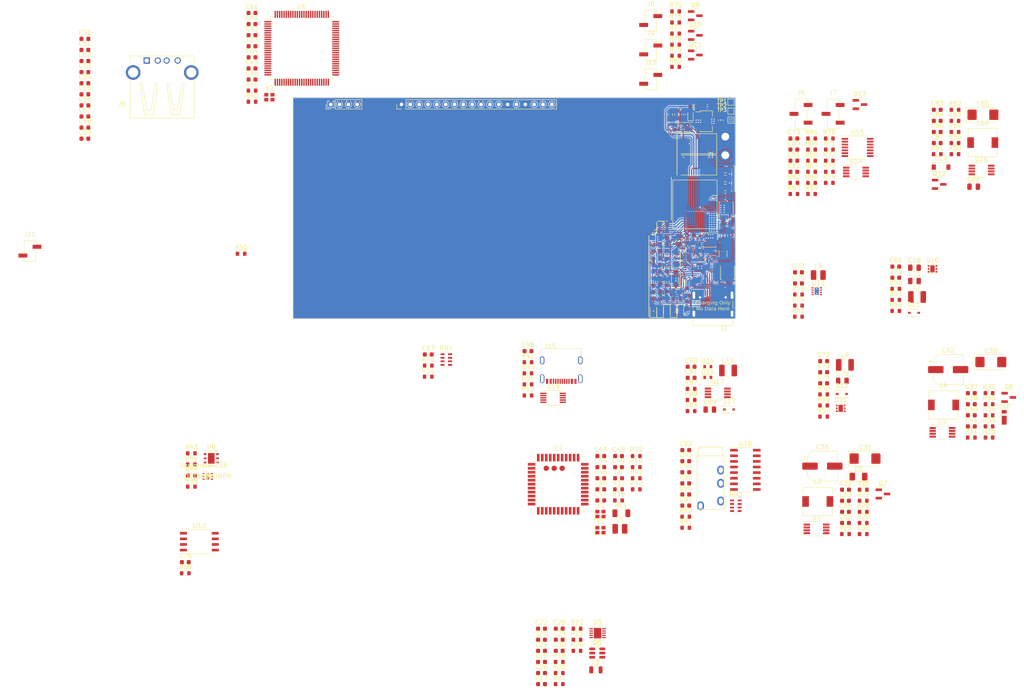
<source format=kicad_pcb>
(kicad_pcb (version 20221018) (generator pcbnew)
  (layers (0 "F.Cu" signal) (31 "B.Cu" signal) (34 "B.Paste" user) (35 "F.Paste" user) (36 "B.SilkS" user "B.Silkscreen") (37 "F.SilkS" user "F.Silkscreen") (38 "B.Mask" user) (39 "F.Mask" user) (44 "Edge.Cuts" user))
  (net 0 "")
  (net 1 "Net-(AE1-A)")
  (net 2 "GND")
  (net 3 "Net-(U1-NTC)")
  (net 4 "/VB_S")
  (net 5 "Net-(U1-VCCIO)")
  (net 6 "Net-(U1-VCC5V)")
  (net 7 "Net-(U1-CSN1)")
  (net 8 "Net-(C9-Pad2)")
  (net 9 "Net-(D6-A2)")
  (net 10 "+BATT")
  (net 11 "Net-(U1-CSN2)")
  (net 12 "Net-(C12-Pad2)")
  (net 13 "Net-(D7-A2)")
  (net 14 "Net-(D8-A)")
  (net 15 "/HLED")
  (net 16 "/BAT_MODE")
  (net 17 "Net-(U3-EN{slash}SS)")
  (net 18 "Net-(U3-COMP)")
  (net 19 "Net-(C26-Pad2)")
  (net 20 "Net-(U3-BOOT)")
  (net 21 "Net-(Q6A-S)")
  (net 22 "Net-(U3-BP)")
  (net 23 "Net-(C29-Pad1)")
  (net 24 "/3V3_FB")
  (net 25 "+3V3")
  (net 26 "Net-(U4-COMP)")
  (net 27 "Net-(C34-Pad1)")
  (net 28 "/ISEN_60")
  (net 29 "PRI_LO")
  (net 30 "Net-(C37-Pad1)")
  (net 31 "Net-(U5-COMP)")
  (net 32 "/ISEN_90")
  (net 33 "PRI_HI")
  (net 34 "Net-(U7-VIN_LDO)")
  (net 35 "Net-(U7-ANT)")
  (net 36 "Net-(U7-XTAL_IN)")
  (net 37 "Net-(U6-VCAP_1)")
  (net 38 "Net-(U6-VCAP_2)")
  (net 39 "Net-(U6-NRST)")
  (net 40 "Net-(U6-PH0)")
  (net 41 "Net-(U6-PH1)")
  (net 42 "Net-(C69-Pad1)")
  (net 43 "GNDA")
  (net 44 "VDDA")
  (net 45 "Net-(C74-Pad1)")
  (net 46 "+5V")
  (net 47 "Net-(C83-Pad1)")
  (net 48 "Net-(U16-COMP)")
  (net 49 "/ISEN_15")
  (net 50 "+15V")
  (net 51 "Net-(D16-K)")
  (net 52 "Net-(D15-K)")
  (net 53 "Net-(D16-A)")
  (net 54 "Net-(D1-A)")
  (net 55 "/LED3")
  (net 56 "Net-(D2-A)")
  (net 57 "Net-(D4-A)")
  (net 58 "Net-(D8-K)")
  (net 59 "Net-(D9-A)")
  (net 60 "Net-(D10-A)")
  (net 61 "/15VSW")
  (net 62 "/30VSW")
  (net 63 "VS")
  (net 64 "Net-(D14-A)")
  (net 65 "VBUS")
  (net 66 "/CC1")
  (net 67 "/DP")
  (net 68 "/DN")
  (net 69 "/CC2")
  (net 70 "Net-(F1-Pad1)")
  (net 73 "Net-(J4-Pin_5)")
  (net 74 "Net-(J4-Pin_6)")
  (net 75 "Net-(J4-Pin_7)")
  (net 76 "Net-(J4-Pin_8)")
  (net 77 "Net-(J4-Pin_9)")
  (net 82 "Net-(J4-Pin_17)")
  (net 84 "/D-")
  (net 85 "/D+")
  (net 86 "/L+")
  (net 87 "/L-")
  (net 88 "/R+")
  (net 89 "/R-")
  (net 90 "Net-(J8-Pin_1)")
  (net 91 "Net-(J8-Pin_2)")
  (net 92 "Net-(J9-Pin_1)")
  (net 93 "Net-(J9-Pin_2)")
  (net 94 "Net-(J10-Pin_1)")
  (net 95 "Net-(J10-Pin_2)")
  (net 96 "+12V")
  (net 97 "Net-(U7-VIN_LDO_OUT)")
  (net 98 "Net-(U13-SW)")
  (net 99 "Net-(Q1-G)")
  (net 100 "Net-(Q2A-S)")
  (net 101 "Net-(Q2A-G)")
  (net 102 "Net-(Q2B-G)")
  (net 103 "Net-(Q3A-S)")
  (net 104 "Net-(Q3A-G)")
  (net 105 "Net-(Q3B-G)")
  (net 106 "Net-(Q4A-D)")
  (net 107 "Net-(Q5A-D)")
  (net 108 "Net-(Q6A-G)")
  (net 109 "Net-(Q6B-G)")
  (net 110 "Net-(Q7-G)")
  (net 111 "Net-(Q7-S)")
  (net 112 "Net-(Q8-G)")
  (net 113 "Net-(Q8-S)")
  (net 114 "/LR")
  (net 115 "/LG")
  (net 116 "/LB")
  (net 117 "Net-(Q12-G)")
  (net 118 "Net-(Q12-S)")
  (net 119 "Net-(U1-LED1)")
  (net 120 "Net-(U1-LED2)")
  (net 121 "Net-(U1-VSET)")
  (net 122 "Net-(U1-ISET)")
  (net 123 "Net-(U1-BAT_NUM)")
  (net 124 "Net-(U1-FCAP)")
  (net 125 "/3v3_PG")
  (net 126 "Net-(U4-FA{slash}SD)")
  (net 127 "/FB_60")
  (net 128 "Net-(U5-FA{slash}SD)")
  (net 129 "/FB_90")
  (net 130 "/WL_D0")
  (net 131 "/WL_D1")
  (net 132 "/WL_CMD")
  (net 133 "/WL_D3")
  (net 134 "/WL_D2")
  (net 135 "Net-(U7-XTAL_OUT)")
  (net 136 "/HUM_SCK")
  (net 137 "/HUM_SDA")
  (net 138 "Net-(U6-BOOT0)")
  (net 139 "/OPT_SDA")
  (net 140 "/OPT_SCL")
  (net 141 "Net-(R50-Pad2)")
  (net 142 "Net-(U10-COMP)")
  (net 143 "Net-(U10-FB)")
  (net 144 "Net-(U11-FB)")
  (net 145 "Net-(U11-COMP)")
  (net 146 "/FLASH_CS")
  (net 147 "Net-(U13-FB)")
  (net 148 "Net-(U13-PG)")
  (net 149 "Net-(U14B--)")
  (net 150 "Net-(U15A--)")
  (net 151 "Net-(U15B-+)")
  (net 152 "/REF_B")
  (net 153 "Net-(U15B--)")
  (net 154 "/R")
  (net 155 "Net-(U15C--)")
  (net 156 "/L")
  (net 157 "Net-(U15C-+)")
  (net 158 "Net-(R75-Pad1)")
  (net 159 "Net-(R77-Pad1)")
  (net 160 "Net-(R79-Pad1)")
  (net 161 "Net-(U16-FA{slash}SD)")
  (net 162 "/FB_15")
  (net 163 "Net-(U17-FB)")
  (net 164 "/VFD_RST")
  (net 165 "/VFD_DATA")
  (net 166 "/VFD_CS")
  (net 167 "/VFD_CLK")
  (net 168 "/FLASH_IO2")
  (net 176 "/FLASH_IO3")
  (net 179 "/MIC_SD")
  (net 181 "/WL_CLK")
  (net 190 "/FLASH_IO0")
  (net 191 "/FLASH_IO1")
  (net 198 "/SWDIO")
  (net 199 "/SWCLK")
  (net 200 "/MIC_WS")
  (net 203 "/FLASH_SCK")
  (net 207 "/MIC_SCK")
  (net 215 "/WL_REG_ON")
  (net 216 "/WL_HOST_WAKE")
  (net 217 "/32.768kHz")
  (net 224 "Net-(U1-PCIN)")
  (net 225 "Net-(U1-PCON)")
  (net 239 "Net-(C48-Pad1)")
  (net 240 "Net-(U18-CP)")
  (net 241 "Net-(U18-CN)")
  (net 242 "Net-(U18-NEG)")
  (net 243 "Net-(U18-VREG)")
  (net 244 "Net-(U18-MUTE_B)")
  (net 245 "Net-(RN2A-R1.1)")
  (net 246 "Net-(RN2B-R2.1)")
  (net 247 "Net-(RN2C-R3.1)")
  (net 248 "/AUX_MCK")
  (net 249 "/AUX_I2S_CK")
  (net 250 "/AUX_I2S_WS")
  (net 251 "/AUX_I2S_SD")
  (net 252 "/AUX_L")
  (net 253 "/AUX_R")
  (net 255 "Net-(U19-V3)")
  (net 256 "/VBS")
  (net 257 "Net-(J15-CC1)")
  (net 259 "Net-(J15-CC2)")
  (net 261 "Net-(U6-PA9)")
  (net 262 "Net-(U19-RXD)")
  (net 263 "Net-(U6-PA10)")
  (net 264 "Net-(U19-TXD)")
  (net 268 "/UD+")
  (net 269 "/UD-")
  (net 273 "Net-(RN2D-R4.1)")
  (footprint "Footprints:DFN-6L-2EP-2x2" (layer "F.Cu") (at 130.35 40.782 90)
    (fp_text reference "Q5" hide)
    (fp_text value "HSCB2903")
  )
  (footprint "Resistor_SMD:R_0603_1608Metric" (layer "F.Cu") (at 124.968 62.738 180)
    (fp_text reference "R16" hide)
    (fp_text value "1M")
  )
  (footprint "Package_TO_SOT_SMD:SOT-23-6" (layer "F.Cu") (at 109.986 159.694)
    (fp_text reference "Q6")
    (fp_text value "AP6800")
  )
  (footprint "Resistor_SMD:R_0603_1608Metric" (layer "F.Cu") (at 170.1265 127.748)
    (fp_text reference "R28")
    (fp_text value "150m")
  )
  (footprint "Footprints:TYPE-C-31-M-31" (layer "F.Cu") (at 101.852 95.846)
    (fp_text reference "J15")
    (fp_text value "USB_C_Receptacle_USB2.0" hide)
  )
  (footprint "Resistor_SMD:R_0603_1608Metric" (layer "F.Cu") (at 170.1265 130.258)
    (fp_text reference "R29")
    (fp_text value "464K")
  )
  (footprint "Connector_PinSocket_2.00mm:PinSocket_1x03_P2.00mm_Vertical_SMD_Pin1Right" (layer "F.Cu") (at 163.3115 37.694)
    (fp_text reference "J7")
    (fp_text value "Conn_01x03_Socket")
  )
  (footprint "Resistor_SMD:R_0603_1608Metric" (layer "F.Cu") (at 158.4515 53.314)
    (fp_text reference "R68")
    (fp_text value "10K")
  )
  (footprint "Capacitor_SMD:C_0603_1608Metric" (layer "F.Cu") (at 194.5645 108.414)
    (fp_text reference "C41")
    (fp_text value "100nF")
  )
  (footprint "Capacitor_SMD:C_0603_1608Metric" (layer "F.Cu") (at 129.995 123.807)
    (fp_text reference "C96")
    (fp_text value "4.7uF")
  )
  (footprint "Package_QFP:LQFP-100_14x14mm_P0.5mm" (layer "F.Cu") (at 43.18 22.86)
    (fp_text reference "U6")
    (fp_text value "STM32F446VETx")
  )
  (footprint "Resistor_SMD:R_0603_1608Metric" (layer "F.Cu") (at 18.22 114.506)
    (fp_text reference "R43")
    (fp_text value "10K")
  )
  (footprint "Diode_SMD:D_SOD-523" (layer "F.Cu") (at 134.99 97.328)
    (fp_text reference "D16")
    (fp_text value "1V/200mA")
  )
  (footprint "Resistor_SMD:R_0603_1608Metric" (layer "F.Cu") (at 127.7085 27.064)
    (fp_text reference "R80")
    (fp_text value "1M")
  )
  (footprint "Capacitor_SMD:C_0805_2012Metric" (layer "F.Cu") (at 138.938 50.292)
    (fp_text reference "C15" hide)
    (fp_text value "22uF")
  )
  (footprint "Resistor_SMD:R_0603_1608Metric" (layer "F.Cu") (at 194.5645 110.924)
    (fp_text reference "R31")
    (fp_text value "1M65")
  )
  (footprint "Package_SO:TSSOP-14_4.4x5mm_P0.65mm" (layer "F.Cu") (at 168.8415 45.294)
    (fp_text reference "U15")
    (fp_text value "LM324")
  )
  (footprint "Package_TO_SOT_SMD:SOT-23" (layer "F.Cu") (at 203.0245 101.854)
    (fp_text reference "Q8")
    (fp_text value "FS5N10S")
  )
  (footprint "Capacitor_SMD:C_0603_1608Metric" (layer "F.Cu") (at 97.386 156.684)
    (fp_text reference "C23")
    (fp_text value "1uF")
  )
  (footprint "Resistor_SMD:R_0603_1608Metric" (layer "F.Cu") (at 162.4615 53.314)
    (fp_text reference "R74")
    (fp_text value "20K")
  )
  (footprint "Resistor_SMD:R_0603_1608Metric" (layer "F.Cu") (at 125.73 72.644 90)
    (fp_text reference "R8" hide)
    (fp_text value "3.5K")
  )
  (footprint "Resistor_SMD:R_0603_1608Metric" (layer "F.Cu") (at 127.7085 17.024)
    (fp_text reference "R76")
    (fp_text value "10K")
  )
  (footprint "Crystal:Crystal_SMD_2016-4Pin_2.0x1.6mm" (layer "F.Cu") (at 110.709 128.242)
    (fp_text reference "X1")
    (fp_text value "SX1M32.768KM10F30TNN")
  )
  (footprint "Capacitor_SMD:C_0805_2012Metric" (layer "F.Cu") (at 195.098 54.176)
    (fp_text reference "C88")
    (fp_text value "22uF")
  )
  (footprint "Resistor_SMD:R_0603_1608Metric" (layer "F.Cu") (at 198.5745 105.904)
    (fp_text reference "R34")
    (fp_text value "150m")
  )
  (footprint "Resistor_SMD:R_0603_1608Metric" (layer "F.Cu") (at 190.868 41.796)
    (fp_text reference "R84")
    (fp_text value "75m")
  )
  (footprint "Resistor_SMD:R_0603_1608Metric" (layer "F.Cu") (at 198.5745 108.414)
    (fp_text reference "R35")
    (fp_text value "1.4M")
  )
  (footprint "Capacitor_SMD:C_0603_1608Metric" (layer "F.Cu") (at 110.789 122.652)
    (fp_text reference "C46")
    (fp_text value "0")
  )
  (footprint "Capacitor_SMD:C_0603_1608Metric" (layer "F.Cu") (at 154.4415 43.274)
    (fp_text reference "C79")
    (fp_text value "100nF")
  )
  (footprint "Diode_SMD:D_SOD-123" (layer "F.Cu") (at 187.728 49.746)
    (fp_text reference "D14")
    (fp_text value "LBAT46T1G")
  )
  (footprint "Resistor_SMD:R_0603_1608Metric" (layer "F.Cu") (at 31.93 32.44)
    (fp_text reference "R45")
    (fp_text value "100K")
  )
  (footprint "Capacitor_SMD:C_0603_1608Metric" (layer "F.Cu") (at 131.826 66.04 90)
    (fp_text reference "C10" hide)
    (fp_text value "100nF")
  )
  (footprint "Package_TO_SOT_SMD:SOT-23" (layer "F.Cu") (at 132.1585 24.384)
    (fp_text reference "Q11")
    (fp_text value "AO3400A")
  )
  (footprint "Connector_PinHeader_2.00mm:PinHeader_1x18_P2.00mm_Vertical" (layer "F.Cu") (at 65.72 35.56 90)
    (fp_text reference "J4" hide)
    (fp_text value "VFD_SIG")
  )
  (footprint "Resistor_SMD:R_0603_1608Metric" (layer "F.Cu") (at 105.406 154.174)
    (fp_text reference "R22")
    (fp_text value "10K")
  )
  (footprint "Capacitor_SMD:C_0603_1608Metric" (layer "F.Cu") (at 31.93 29.93)
    (fp_text reference "C66")
    (fp_text value "??")
  )
  (footprint "Capacitor_SMD:C_0603_1608Metric" (layer "F.Cu") (at 110.789 115.122)
    (fp_text reference "C43")
    (fp_text value "4.7uF")
  )
  (footprint "Resistor_SMD:R_0603_1608Metric" (layer "F.Cu") (at 71.778 94.648)
    (fp_text reference "R48")
    (fp_text value "100K")
  )
  (footprint "Capacitor_SMD:C_0603_1608Metric" (layer "F.Cu") (at 154.4415 45.784)
    (fp_text reference "C80")
    (fp_text value "100nF")
  )
  (footprint "Capacitor_Tantalum_SMD:CP_EIA-6032-28_Kemet-C" (layer "F.Cu") (at 170.5315 115.698)
    (fp_text reference "C31")
    (fp_text value "68uF")
  )
  (footprint "Capacitor_SMD:C_0603_1608Metric" (layer "F.Cu") (at 134.874 36.068)
    (fp_text reference "C21" hide)
    (fp_text value "100nF")
  )
  (footprint "Resistor_SMD:R_0603_1608Metric" (layer "F.Cu") (at 198.5745 103.394)
    (fp_text reference "R33")
    (fp_text value "100")
  )
  (footprint "Capacitor_SMD:C_0603_1608Metric" (layer "F.Cu") (at 124.206 72.644 -90)
    (fp_text reference "C7" hide)
    (fp_text value "2.2uF")
  )
  (footprint "Capacitor_SMD:C_0603_1608Metric" (layer "F.Cu") (at -5.855 30.764)
    (fp_text reference "C54")
    (fp_text value "100nF")
  )
  (footprint "Resistor_SMD:R_0603_1608Metric" (layer "F.Cu") (at 129.995 131.337)
    (fp_text reference "R91")
    (fp_text value "100K")
  )
  (footprint "Resistor_SMD:R_0603_1608Metric" (layer "F.Cu") (at 127.7085 19.534)
    (fp_text reference "R77")
    (fp_text value "10K")
  )
  (footprint "Connector_PinSocket_2.00mm:PinSocket_1x02_P2.00mm_Vertical_SMD_Pin1Right" (layer "F.Cu") (at 122.0785 29.884)
    (fp_text reference "J10")
    (fp_text value "Conn_01x02_Pin")
  )
  (footprint "Capacitor_Tantalum_SMD:CP_EIA-6032-28_Kemet-C" (layer "F.Cu") (at 198.9795 93.854)
    (fp_text reference "C39")
    (fp_text value "68uF")
  )
  (footprint "Footprints:OPT3001DNPR" (layer "F.Cu") (at 21.925 119.721)
    (fp_text reference "U9")
    (fp_text value "OPT3001DNPR")
  )
  (footprint "Resistor_SMD:R_0603_1608Metric" (layer "F.Cu") (at 29.464 69.342)
    (fp_text reference "R50")
    (fp_text value "10")
  )
  (footprint "Capacitor_SMD:C_0603_1608Metric" (layer "F.Cu") (at 16.852 139.133)
    (fp_text reference "C76")
    (fp_text value "100nF")
  )
  (footprint "Resistor_SMD:R_0603_1608Metric" (layer "F.Cu") (at 162.4615 45.784)
    (fp_text reference "R71")
    (fp_text value "10K")
  )
  (footprint "Capacitor_SMD:C_0603_1608Metric" (layer "F.Cu") (at 177.483 74.766)
    (fp_text reference "C70")
    (fp_text value "1uF")
  )
  (footprint "Diode_SMD:D_SOD-323" (layer "F.Cu") (at 139.79 104.578)
    (fp_text reference "D17")
    (fp_text value "MMSZ5230BS")
  )
  (footprint "Capacitor_SMD:C_0603_1608Metric" (layer "F.Cu") (at 124.206 75.679 -90)
    (fp_text reference "C6" hide)
    (fp_text value "2.2uF")
  )
  (footprint "Resistor_SMD:R_0603_1608Metric" (layer "F.Cu") (at 94.322 93.886)
    (fp_text reference "R92")
    (fp_text value "1K")
  )
  (footprint "Connector_PinHeader_2.00mm:PinHeader_1x04_P2.00mm_Vertical" (layer "F.Cu") (at 49.72 35.56 90)
    (fp_text reference "J3" hide)
    (fp_text value "FILAMENT+")
  )
  (footprint "Resistor_SMD:R_0603_1608Metric" (layer "F.Cu") (at 155.481 81.078)
    (fp_text reference "R60")
    (fp_text value "180K")
  )
  (footprint "Footprints:PDFN3333-8" (layer "F.Cu") (at 139.121 59.435 180)
    (fp_text reference "Q3" hide)
    (fp_text value "ASDM30DN40E")
  )
  (footprint "Package_SO:SOIC-8_5.23x5.23mm_P1.27mm" (layer "F.Cu") (at 20.022 134.493)
    (fp_text reference "U12")
    (fp_text value "W25Q128JVS")
  )
  (footprint "Capacitor_SMD:C_0603_1608Metric" (layer "F.Cu") (at 129.54 37.846 -90)
    (fp_text reference "C19" hide)
    (fp_text value "2.2uF")
  )
  (footprint "Footprints:SOD-323HE" (layer "F.Cu") (at 202.0045 105.104)
    (fp_text reference "D10")
    (fp_text value "LBAT46T1G")
  )
  (footprint "Resistor_SMD:R_0603_1608Metric" (layer "F.Cu") (at 94.322 101.416)
    (fp_text reference "R95")
    (fp_text value "5K1")
  )
  (footprint "Capacitor_SMD:C_0603_1608Metric" (layer "F.Cu") (at 31.93 22.4)
    (fp_text reference "C63")
    (fp_text value "1uF")
  )
  (footprint "Connector_PinSocket_2.00mm:PinSocket_1x02_P2.00mm_Vertical_SMD_Pin1Right" (layer "F.Cu") (at 122.0785 23.234)
    (fp_text reference "J9")
    (fp_text value "Conn_01x02_Pin")
  )
  (footprint "Capacitor_SMD:C_0603_1608Metric" (layer "F.Cu") (at 166.1165 127.748)
    (fp_text reference "C34")
    (fp_text value "47pF")
  )
  (footprint "Crystal:Crystal_SMD_2016-4Pin_2.0x1.6mm" (layer "F.Cu") (at 110.709 131.892)
    (fp_text reference "Y1")
    (fp_text value "TAXM26M4ZDBDDT2T")
  )
  (footprint "Capacitor_SMD:C_0603_1608Metric" (layer "F.Cu") (at 186.858 39.286)
    (fp_text reference "C84")
    (fp_text value "4pF")
  )
  (footprint "Package_SON:Texas_PWSON-N6" (layer "F.Cu") (at 22.73 115.636)
    (fp_text reference "U8")
    (fp_text value "HDC1080")
  )
  (footprint "Capacitor_SMD:C_0603_1608Metric" (layer "F.Cu") (at 122.682 72.644 90)
    (fp_text reference "C12" hide)
    (fp_text value "2.2nF")
  )
  (footprint "Inductor_SMD:L_6.3x6.3_H3" (layer "F.Cu") (at 188.2845 103.554)
    (fp_text reference "L4")
    (fp_text value "YPRH1207-151M")
  )
  (footprint "Capacitor_Tantalum_SMD:CP_EIA-6032-28_Kemet-C" (layer "F.Cu") (at 197.193 37.896)
    (fp_text reference "C85")
    (fp_text value "68uF")
  )
  (footprint "Package_TO_SOT_SMD:SOT-23" (layer "F.Cu") (at 169.3815 35.594)
    (fp_text reference "D13")
    (fp_text value "ADR5040")
  )
  (footprint "Capacitor_SMD:C_0603_1608Metric" (layer "F.Cu") (at -5.855 23.234)
    (fp_text reference "C51")
    (fp_text value "100nF")
  )
  (footprint "Inductor_SMD:L_1210_3225Metric" (layer "F.Cu") (at 182.293 79.126)
    (fp_text reference "L7")
    (fp_text value "CBC3225T220KR")
  )
  (footprint "Inductor_SMD:L_1008_2520Metric" (layer "F.Cu") (at 115.109 131.582)
    (fp_text reference "L5")
    (fp_text value "3.3uH")
  )
  (footprint "Resistor_SMD:R_0603_1608Metric" (layer "F.Cu") (at 161.176 106.188)
    (fp_text reference "R57")
    (fp_text value "10K5")
  )
  (footprint "Capacitor_SMD:C_0603_1608Metric" (layer "F.Cu") (at 131.21 97.418)
    (fp_text reference "C91")
    (fp_text value "100nF")
  )
  (footprint "Capacitor_SMD:C_0603_1608Metric" (layer "F.Cu") (at 194.5645 105.904)
    (fp_text reference "C40")
    (fp_text value "10pF")
  )
  (footprint "Resistor_SMD:R_0603_1608Metric" (layer "F.Cu") (at 170.1265 125.238)
    (fp_text reference "R27")
    (fp_text value "100")
  )
  (footprint "Resistor_SMD:R_0603_1608Metric" (layer "F.Cu") (at 161.176 101.168)
    (fp_text reference "R55")
    (fp_text value "243K")
  )
  (footprint "Resistor_SMD:R_0603_1608Metric" (layer "F.Cu") (at 190.868 44.306)
    (fp_text reference "R85")
    (fp_text value "11K")
  )
  (footprint "Capacitor_Tantalum_SMD:CP_EIA-7343-30_AVX-N" (layer "F.Cu") (at 132.588 49.276 180)
    (fp_text reference "C14" hide)
    (fp_text value "100uF")
  )
  (footprint "Capacitor_SMD:C_0603_1608Metric" (layer "F.Cu") (at 137.922 39.116 -90)
    (fp_text reference "C18" hide)
    (fp_text value "2.2uF")
  )
  (footprint "Capacitor_SMD:C_0603_1608Metric" (layer "F.Cu") (at 129.995 113.767)
    (fp_text reference "C92")
    (fp_text value "1uF")
  )
  (footprint "Diode_SMD:D_SOD-123F" (layer "F.Cu") (at 127.762 70.358 90)
    (fp_text reference "D6" hide)
    (fp_text value "SMF30A")
  )
  (footprint "Resistor_SMD:R_0603_1608Metric" (layer "F.Cu") (at 129.995 128.827)
    (fp_text reference "R90")
    (fp_text value "100K")
  )
  (footprint "Diode_SMD:D_1206_3216Metric" (layer "F.Cu") (at 169.0565 119.768)
    (fp_text reference "D9")
    (fp_text value "LBAT46T1G")
  )
  (footprint "TestPoint:TestPoint_Pad_1.0x1.0mm" (layer "F.Cu") (at 140.208 39.116)
    (fp_text reference "TP3")
    (fp_text value "GND")
  )
  (footprint "Resistor_SMD:R_0805_2012Metric" (layer "F.Cu") (at 128.524 66.294 -90)
    (fp_text reference "R10" hide)
    (fp_text value "10")
  )
  (footprint "Diode_SMD:D_SOD-523" (layer "F.Cu") (at 131.064 38.1 90)
    (fp_text reference "D8" hide)
    (fp_text value "1SS355WT T4")
  )
  (footprint "Capacitor_SMD:C_0603_1608Metric" (layer "F.Cu") (at 122.682 66.548 -90)
    (fp_text reference "C11" hide)
    (fp_text value "1uF")
  )
  (footprint "Resistor_SMD:R_0603_1608Metric" (layer "F.Cu") (at 158.4515 43.274)
    (fp_text reference "R64")
    (fp_text value "10K")
  )
  (footprint "Resistor_SMD:R_0603_1608Metric" (layer "F.Cu") (at 128.016 37.846 90)
    (fp_text reference "R15" hide)
    (fp_text value "10K")
  )
  (footprint "Capacitor_SMD:C_0603_1608Metric" (layer "F.Cu") (at 31.93 19.89)
    (fp_text reference "C62")
    (fp_text value "10nF")
  )
  (footprint "Capacitor_SMD:C_0603_1608Metric" (layer "F.Cu") (at 97.386 159.194)
    (fp_text reference "C24")
    (fp_text value "3.3nF")
  )
  (footprint "Resistor_SMD:R_0603_1608Metric" (layer "F.Cu") (at 186.858 46.816)
    (fp_text reference "R81")
    (fp_text value "20K")
  )
  (footprint "Resistor_SMD:R_0603_1608Metric" (layer "F.Cu") (at 198.5745 100.884)
    (fp_text reference "R32")
    (fp_text value "12K1")
  )
  (footprint "Resistor_SMD:R_0603_1608Metric" (layer "F.Cu") (at 131.826 36.068)
    (fp_text reference "R18" hide)
    (fp_text value "1M")
  )
  (footprint "Resistor_SMD:R_0603_1608Metric" (layer "F.Cu") (at 154.4415 53.314)
    (fp_text reference "R62")
    (fp_text value "10K")
  )
  (footprint "Package_SON:WSON-6-1EP_2x2mm_P0.65mm_EP1x1.6mm" (layer "F.Cu") (at 165.026 104.328)
    (fp_text reference "U11")
    (fp_text value "TPS61170")
  )
  (footprint "Diode_SMD:D_SOD-323" (layer "F.Cu") (at 165.306 101.078)
    (fp_text reference "D12")
    (fp_text value "CUS10S30")
  )
  (footprint "Diode_SMD:D_0603_1608Metric" (layer "F.Cu") (at 127.254 82.296 90)
    (fp_text reference "D4" hide)
    (fp_text value "75%")
  )
  (footprint "Resistor_SMD:R_0603_1608Metric" (layer "F.Cu") (at 161.176 103.678)
    (fp_text reference "R56")
    (fp_text value "23K7")
  )
  (footprint "Resistor_SMD:R_0603_1608Metric" (layer "F.Cu") (at 18.22 122.036)
    (fp_text reference "R49")
    (fp_text value "10K")
  )
  (footprint "Capacitor_SMD:C_0603_1608Metric" (layer "F.Cu") (at 161.176 98.658)
    (fp_text reference "C74")
    (fp_text value "68nF")
  )
  (footprint "Resistor_SMD:R_0603_1608Metric" (layer "F.Cu") (at 118.809 120.142)
    (fp_text reference "R41")
    (fp_text value "20K")
  )
  (footprint "Capacitor_SMD:C_0805_2012Metric" (layer "F.Cu") (at 135.44 104.608)
    (fp_text reference "C89")
    (fp_text value "100uF")
  )
  (footprint "Diode_SMD:D_0603_1608Metric" (layer "F.Cu") (at 125.73 82.296 -90)
    (fp_text reference "D3" hide)
    (fp_text value "50%")
  )
  (footprint "Capacitor_SMD:C_0805_2012Metric" (layer "F.Cu") (at 181.713 72.506)
    (fp_text reference "C68")
    (fp_text value "15uF")
  )
  (footprint "Capacitor_SMD:C_0603_1608Metric" (layer "F.Cu") (at 97.386 164.214)
    (fp_text reference "C26")
    (fp_text value "4.7nF")
  )
  (footprint "Capacitor_SMD:C_0603_1608Metric" (layer "F.Cu") (at 186.858 41.796)
    (fp_text reference "C86")
    (fp_text value "10pF")
  )
  (footprint "Resistor_SMD:R_0603_1608Metric" (layer "F.Cu") (at 105.406 156.684)
    (fp_text reference "R23")
    (fp_text value "2K23")
  )
  (footprint "Capacitor_SMD:C_0603_1608Metric" (layer "F.Cu") (at 194.5645 103.394)
    (fp_text reference "C38")
    (fp_text value "8.2pF")
  )
  (footprint "Package_TO_SOT_SMD:SOT-23" (layer "F.Cu") (at 132.1585 19.934)
    (fp_text reference "Q10")
    (fp_text value "AO3400A")
  )
  (footprint "Resistor_SMD:R_0603_1608Metric" (layer "F.Cu") (at 18.22 119.526)
    (fp_text reference "R47")
    (fp_text value "10K")
  )
  (footprint "Capacitor_SMD:C_0603_1608Metric" (layer "F.Cu") (at 71.778 92.138)
    (fp_text reference "C67")
    (fp_text value "104/25V")
  )
  (footprint "Capacitor_SMD:C_0603_1608Metric" (layer "F.Cu") (at 166.1165 125.238)
    (fp_text reference "C33")
    (fp_text value "47pF")
  )
  (footprint "Capacitor_SMD:C_0805_2012Metric" (layer "F.Cu") (at 138.938 52.324)
    (fp_text reference "C16" hide)
    (fp_text value "22uF")
  )
  (footprint "Capacitor_SMD:CP_Elec_6.3x5.9" (layer "F.Cu") (at 189.3345 95.554)
    (fp_text reference "C42")
    (fp_text value "22uF")
  )
  (footprint "Capacitor_SMD:C_0603_1608Metric" (layer "F.Cu") (at 110.789 117.632)
    (fp_text reference "C44")
    (fp_text value "4.7uF")
  )
  (footprint "Capacitor_SMD:C_0603_1608Metric" (layer "F.Cu") (at -5.855 38.294)
    (fp_text reference "C57")
    (fp_text value "10nF")
  )
  (footprint "Resistor_SMD:R_0603_1608Metric" (layer "F.Cu") (at 177.483 82.296)
    (fp_text reference "R54")
    (fp_text value "10K5")
  )
  (footprint "Capacitor_SMD:C_0603_1608Metric" (layer "F.Cu") (at 31.93 27.42)
    (fp_text reference "C65")
    (fp_text value "??")
  )
  (footprint "Capacitor_SMD:C_0805_2012Metric" (layer "F.Cu") (at 138.176 65.278 90)
    (fp_text reference "C5" hide)
    (fp_text value "22uF")
  )
  (footprint "Resistor_SMD:R_0603_1608Metric" (layer "F.Cu") (at 131.21 102.438)
    (fp_text reference "R88")
    (fp_text value "1K")
  )
  (footprint "Resistor_SMD:R_0603_1608Metric" (layer "F.Cu") (at 127.7085 24.554)
    (fp_text reference "R79")
    (fp_text value "10K")
  )
  (footprint "Package_SO:SO-16_3.9x9.9mm_P1.27mm" (layer "F.Cu") (at 143.475 118.237)
    (fp_text reference "U18")
    (fp_text value "ES9023")
  )
  (footprint "Resistor_SMD:R_0603_1608Metric" (layer "F.Cu") (at 127.7085 14.514)
    (fp_text reference "R75")
    (fp_text value "1M")
  )
  (footprint "Package_SON:WSON-6-1EP_2x2mm_P0.65mm_EP1x1.6mm" (layer "F.Cu") (at 185.783 72.776)
    (fp_text reference "U10")
    (fp_text value "TPS61170")
  )
  (footprint "Resistor_SMD:R_0603_1608Metric" (layer "F.Cu") (at 190.868 46.816)
    (fp_text reference "R86")
    (fp_text value "1K")
  )
  (footprint "Resistor_SMD:R_0603_1608Metric" (layer "F.Cu") (at 190.868 36.776)
    (fp_text reference "R82")
    (fp_text value "12K1")
  )
  (footprint "Capacitor_SMD:C_0603_1608Metric" (layer "F.Cu") (at 97.386 166.724)
    (fp_text reference "C27")
    (fp_text value "100nF")
  )
  (footprint "Resistor_SMD:R_0603_1608Metric" (layer "F.Cu") (at 71.778 97.158)
    (fp_text reference "R51")
    (fp_text value "10")
  )
  (footprint "Resistor_SMD:R_0603_1608Metric" (layer "F.Cu") (at 190.868 39.286)
    (fp_text reference "R83")
    (fp_text value "100")
  )
  (footprint "Resistor_SMD:R_0603_1608Metric" (layer "F.Cu") (at 131.21 99.928)
    (fp_text reference "R87")
    (fp_text value "14K")
  )
  (footprint "Capacitor_SMD:C_0603_1608Metric" (layer "F.Cu") (at 124.968 65.786)
    (fp_text reference "C8" hide)
    (fp_text value "1uF")
  )
  (footprint "Capacitor_Tantalum_SMD:CP_EIA-7343-30_AVX-N" (layer "F.Cu") (at 132.588 44.45 180)
    (fp_text reference "C2" hide)
    (fp_text value "100uF")
  )
  (footprint "Capacitor_SMD:C_0603_1608Metric" (layer "F.Cu") (at 101.396 156.684)
    (fp_text reference "C29")
    (fp_text value "1.2nF")
  )
  (footprint "Inductor_SMD:L_1210_3225Metric" (layer "F.Cu") (at 139.57 95.758)
    (fp_text reference "L11")
    (fp_text value "CBC3225T220KR")
  )
  (footprint "Resistor_SMD:R_0603_1608Metric" (layer "F.Cu") (at 16.852 141.643)
    (fp_text reference "R58")
    (fp_text value "10K")
  )
  (footprint "Resistor_SMD:R_0603_1608Metric" (layer "F.Cu") (at 198.5745 110.924)
    (fp_text reference "R36")
    (fp_text value "20K")
  )
  (footprint "Capacitor_SMD:C_0805_2012Metric" (layer "F.Cu") (at 138.938 54.356)
    (fp_text reference "C17" hide)
    (fp_text value "22uF")
  )
  (footprint "Footprints:QFN-44_12x12_Pitch0.9mm" (layer "F.Cu") (at 101.159 121.492)
    (fp_text reference "U7")
    (fp_text value "AP6181")
  )
  (footprint "Package_SO:VSSOP-8_3.0x3.0mm_P0.65mm" (layer "F.Cu") (at 168.4715 50.844)
    (fp_text reference "U14")
    (fp_text value "LM358")
  )
  (footprint "Capacitor_SMD:C_0603_1608Metric" (layer "F.Cu") (at 194.5645 100.884)
    (fp_text reference "C37")
    (fp_text value "39pF")
  )
  (footprint "Resistor_SMD:R_0603_1608Metric" (layer "F.Cu") (at 114.799 122.652)
    (fp_text reference "R37")
    (fp_text value "20K")
  )
  (footprint "Capacitor_SMD:C_0603_1608Metric" (layer "F.Cu") (at -5.855 28.254)
    (fp_text reference "C53")
    (fp_text value "100nF")
  )
  (footprint "Capacitor_SMD:C_0603_1608Metric" (layer "F.Cu") (at -5.855 35.784)
    (fp_text reference "C56")
    (fp_text value "100nF")
  )
  (footprint "Fuse:Fuse_0603_1608Metric" (layer "F.Cu") (at 138.938 76.454)
    (fp_text reference "F1" hide)
    (fp_text value "F0603SB8000V032TM")
  )
  (footprint "Resistor_SMD:R_0603_1608Metric" (layer "F.Cu") (at 105.406 159.194)
    (fp_text reference "R24")
    (fp_text value "100K")
  )
  (footprint "Capacitor_SMD:C_0603_1608Metric" (layer "F.Cu") (at 161.176 93.638)
    (fp_text reference "C72")
    (fp_text value "10uF")
  )
  (footprint "Resistor_SMD:R_0603_1608Metric" (layer "F.Cu") (at 158.4515 45.784)
    (fp_text reference "R65")
    (fp_text value "10K")
  )
  (footprint "Capacitor_SMD:C_0603_1608Metric" (layer "F.Cu") (at 114.799 115.122)
    (fp_text reference "C48")
    (fp_text value "22pF")
  )
  (footprint "Footprints:TRRS-PJ-320A" (layer "F.Cu") (at 135.625 115.087)
    (fp_text reference "J14")
    (fp_text value "AudioJack3_Ground")
  )
  (footprint "Capacitor_SMD:C_0603_1608Metric" (layer "F.Cu") (at 154.4415 48.294)
    (fp_text reference "C81")
    (fp_text value "100nF")
  )
  (footprint "Resistor_SMD:R_0603_1608Metric" (layer "F.Cu") (at 125.73 78.74 -90)
    (fp_text reference "R4" hide)
    (fp_text value "100")
  )
  (footprint "Resistor_SMD:R_0603_1608Metric" (layer "F.Cu") (at 128.016 79.502 180)
    (fp_text reference "R6" hide)
    (fp_text value "25K")
  )
  (footprint "Capacitor_SMD:C_0603_1608Metric" (layer "F.Cu") (at 129.995 116.277)
    (fp_text reference "C93")
    (fp_text value "1uF")
  )
  (footprint "Capacitor_SMD:C_0603_1608Metric" (layer "F.Cu") (at 110.789 125.162)
    (fp_text reference "C47")
    (fp_text value "22pF")
  )
  (footprint "Footprints:PDFN_3x3_GSD" (layer "F.Cu") (at 139.446 73.66)
    (fp_text reference "Q1" hide)
    (fp_text value "IRL7486MTRPBF")
  )
  (footprint "Resistor_SMD:R_0603_1608Metric" (layer "F.Cu") (at 31.93 34.95)
    (fp_text reference "R46")
    (fp_text value "100K")
  )
  (footprint "Inductor_SMD:L_1210_3225Metric" (layer "F.Cu") (at 165.986 94.488)
    (fp_text reference "L8")
    (fp_text value "CBC3225T220KR")
  )
  (footprint "Footprints:L_11x10mm_H3.80" (layer "F.Cu") (at 132.08 62.266 90)
    (fp_text reference "L1" hide)
    (fp_text value "10uH")
  )
  (footprint "Capacitor_SMD:C_0603_1608Metric" (layer "F.Cu") (at 124.206 69.596 90)
    (fp_text reference "C9" hide)
    (fp_text value "2.2nF")
  )
  (footprint "Capacitor_SMD:C_0805_2012Metric" (layer "F.Cu") (at 181.713 75.516)
    (fp_text reference "C71")
    (fp_text value "22uF")
  )
  (footprint "Resistor_SMD:R_0603_1608Metric" (layer "F.Cu") (at 158.4515 55.824)
    (fp_text reference "R69")
    (fp_text value "20K")
  )
  (footprint "Resistor_SMD:R_0603_1608Metric" (layer "F.Cu") (at 170.1265 122.728)
    (fp_text reference "R26")
    (fp_text value "12K1")
  )
  (footprint "Resistor_SMD:R_0603_1608Metric" (layer "F.Cu") (at 124.968 67.31 180)
    (fp_text reference "R11" hide)
    (fp_text value "2")
  )
  (footprint "Capacitor_SMD:C_0603_1608Metric" (layer "F.Cu") (at -5.855 40.804)
    (fp_text reference "C58")
    (fp_text value "10uF")
  )
  (footprint "Resistor_SMD:R_0603_1608Metric" (layer "F.Cu") (at 101.396 166.724)
    (fp_text reference "R21")
    (fp_text value "221")
  )
  (footprint "Connector_Wire:SolderWire-1sqmm_1x02_P5.4mm_D1.4mm_OD2.7mm" (layer "F.Cu") (at 138.938 42.858 -90)
    (fp_text reference "J2" hide)
    (fp_text value "BATT")
  )
  (footprint "Resistor_SMD:R_0603_1608Metric" (layer "F.Cu") (at 158.4515 50.804)
    (fp_text reference "R67")
    (fp_text value "10K")
  )
  (footprint "Capacitor_SMD:C_0603_1608Metric" (layer "F.Cu") (at -5.855 43.314)
    (fp_text reference "C59")
    (fp_text value "1uF")
  )
  (footprint "Inductor_SMD:L_6.3x6.3_H3" (layer "F.Cu") (at 197.148 44.196)
    (fp_text reference "L10")
    (fp_text value "FNR6045S150MT")
  )
  (footprint "Connector_PinSocket_2.00mm:PinSocket_1x03_P2.00mm_Vertical_SMD_Pin1Right" (layer "F.Cu") (at 156.0615 37.694)
    (fp_text reference "J6")
    (fp_text value "Conn_01x03_Socket")
  )
  (footprint "Capacitor_SMD:C_0603_1608Metric" (layer "F.Cu") (at 101.396 154.174)
    (fp_text reference "C28")
    (fp_text value "220nF")
  )
  (footprint "Resistor_SMD:R_Array_Concave_4x0603" (layer "F.Cu") (at 75.858 93.288)
    (fp_text reference "RN1")
    (fp_text value "200")
  )
  (footprint "Resistor_SMD:R_1206_3216Metric" (layer "F.Cu") (at 115.439 128.062)
    (fp_text reference "AE1")
    (fp_text value "ANT3216LL00R2400A")
  )
  (footprint "Footprints:FCI_87520-0010BLF" (layer "F.Cu") (at 11.63 28.34)
    (fp_text reference "J5")
    (fp_text value "USB_A")
  )
  (footprint "Diode_SMD:D_SOD-523" (layer "F.Cu") (at 134.99 94.878)
    (fp_text reference "D15")
    (fp_text value "1V/200mA")
  )
  (footprint "Capacitor_SMD:C_0603_1608Metric" (layer "F.Cu") (at 31.93 17.38)
    (fp_text reference "C61")
    (fp_text value "2.2uF")
  )
  (footprint "Resistor_SMD:R_0603_1608Metric" (layer "F.Cu") (at 124.206 78.74 -90)
    (fp_text reference "R3" hide)
    (fp_text value "100")
  )
  (footprint "Diode_SMD:D_SOD-123F" (layer "F.Cu") (at 127.762 74.93 90)
    (fp_text reference "D7" hide)
    (fp_text value "SMF30A")
  )
  (footprint "Capacitor_SMD:C_0603_1608Metric" (layer "F.Cu") (at 101.396 159.194)
    (fp_text reference "C30")
    (fp_text value "22uF")
  )
  (footprint "Footprints:TYPE-C-31-M-31" (layer "F.Cu") (at 136.144 80.534 180)
    (fp_text reference "J1")
    (fp_text value "USB_C_Receptacle_USB2.0" hide)
  )
  (footprint "Capacitor_SMD:C_0603_1608Metric" (layer "F.Cu") (at -5.855 20.724)
    (fp_text reference "C50")
    (fp_text value "100nF")
  )
  (footprint "Resistor_SMD:R_0603_1608Metric" (layer "F.Cu") (at 177.483 77.276)
    (fp_text reference "R52")
    (fp_text value "15K4")
  )
  (footprint "Resistor_SMD:R_1206_3216Metric" (layer "F.Cu") (at 138.43 69.342 -90)
    (fp_text reference "R9" hide)
    (fp_text value "0.005")
  )
  (footprint "Capacitor_SMD:C_0603_1608Metric" (layer "F.Cu") (at 155.481 73.548)
    (fp_text reference "C77")
    (fp_text value "10uF")
  )
  (footprint "Capacitor_SMD:C_0603_1608Metric" (layer "F.Cu") (at 186.858 36.776)
    (fp_text reference "C83")
    (fp_text value "2.2nF")
  )
  (footprint "Package_SON:WSON-8-1EP_2x2mm_P0.5mm_EP0.9x1.6mm_ThermalVias" (layer "F.Cu") (at 159.611 77.818)
    (fp_text reference "U13")
    (fp_text value "TPS62170DSG")
  )
  (footprint "Resistor_SMD:R_0603_1608Metric" (layer "F.Cu") (at 101.396 164.214)
    (fp_text reference "R20")
    (fp_text value "1K47")
  )
  (footprint "Capacitor_SMD:C_0603_1608Metric" (layer "F.Cu") (at 166.1165 122.728)
    (fp_text reference "C32")
    (fp_text value "100nF")
  )
  (footprint "Resistor_SMD:R_0805_2012Metric" (layer "F.Cu") (at 138.938 56.388 180)
    (fp_text reference "R12" hide)
    (fp_text value "0.005")
  )
  (footprint "Diode_SMD:D_0603_1608Metric" (layer "F.Cu") (at 128.778 82.296 -90)
    (fp_text reference "D5" hide)
    (fp_text value "FUL")
  )
  (footprint "Capacitor_SMD:C_0603_1608Metric" (layer "F.Cu") (at 114.799 117.632)
    (fp_text reference "C49")
    (fp_text value "4.7uF")
  )
  (footprint "Capacitor_SMD:C_0603_1608Metric" (layer "F.Cu") (at 131.21 94.908)
    (fp_text reference "C90")
    (fp_text value "100nF")
  )
  (footprint "Resistor_SMD:R_0603_1608Metric" (layer "F.Cu") (at 101.396 161.704)
    (fp_text reference "R19")
    (fp_text value "2K55")
  )
  (footprint "Capacitor_SMD:C_0603_1608Metric" (layer "F.Cu") (at 129.995 121.297)
    (fp_text reference "C95")
    (fp_text value "10uF")
  )
  (footprint "Diode_SMD:D_0603_1608Metric" (layer "F.Cu") (at 124.206 82.296 90)
    (fp_text reference "D2" hide)
    (fp_text value "25%")
  )
  (footprint "Resistor_SMD:R_0603_1608Metric" (layer "F.Cu") (at 126.492 37.846 90)
    (fp_text reference "R17" hide)
    (fp_text value "10K")
  )
  (footprint "Resistor_SMD:R_0603_1608Metric" (layer "F.Cu") (at 125.73 69.596 90)
    (fp_text reference "R7" hide)
    (fp_text value "9.1K")
  )
  (footprint "Capacitor_SMD:C_0603_1608Metric" (layer "F.Cu") (at 31.93 14.87)
    (fp_text reference "C60")
    (fp_text value "2.2uF")
  )
  (footprint "Inductor_SMD:L_0603_1608Metric" (layer "F.Cu") (at 114.799 120.142)
    (fp_text reference "L6")
    (fp_text value "0")
  )
  (footprint "Capacitor_SMD:C_0603_1608Metric" (layer "F.Cu") (at 110.789 120.142)
    (fp_text reference "C45")
    (fp_text value "0")
  )
  (footprint "Capacitor_SMD:C_0603_1608Metric" (layer "F.Cu") (at 166.1165 130.258)
    (fp_text reference "C35")
    (fp_text value "10pF")
  )
  (footprint "Capacitor_SMD:C_0603_1608Metric" (layer "F.Cu") (at 155.481 76.058)
    (fp_text reference "C78")
    (fp_text value "22uF")
  )
  (footprint "Resistor_SMD:R_0603_1608Metric" (layer "F.Cu") (at 118.809 122.652)
    (fp_text reference "R42")
    (fp_text value "221")
  )
  (footprint "Package_SO:VSSOP-8_3.0x3.0mm_P0.65mm" (layer "F.Cu") (at 188.0145 109.754)
    (fp_text reference "U5")
    (fp_text value "LM3478")
  )
  (footprint "Resistor_SMD:R_0603_1608Metric" (layer "F.Cu") (at 18.22 117.016)
    (fp_text reference "R44")
    (fp_text value "10K")
  )
  (footprint "Resistor_SMD:R_0603_1608Metric" (layer "F.Cu") (at 128.016 77.978 180)
    (fp_text reference "R5" hide)
    (fp_text value "10K")
  )
  (footprint "Resistor_SMD:R_0603_1608Metric" (layer "F.Cu") (at 162.4615 48.294)
    (fp_text reference "R72")
    (fp_text value "10K")
  )
  (footprint "Resistor_SMD:R_0603_1608Metric" (layer "F.Cu") (at 122.682 78.74 90)
    (fp_text reference "R1" hide)
    (fp_text value "100")
  )
  (footprint "Package_SO:MSOP-10_3x3mm_P0.5mm" (layer "F.Cu") (at 100.002 101.946)
    (fp_text reference "U19")
    (fp_text value "CH340E")
  )
  (footprint "Resistor_SMD:R_0603_1608Metric" (layer "F.Cu") (at 155.481 83.588)
    (fp_text reference "R61")
    (fp_text value "100K")
  )
  (footprint "Package_TO_SOT_SMD:SOT-89-3" (layer "F.Cu") (at 134.366 39.37)
    (fp_text reference "U2" hide)
    (fp_text value "78L05_SOT23")
  )
  (footprint "Capacitor_SMD:CP_Elec_6.3x5.9" (layer "F.Cu") (at 160.8865 117.398)
    (fp_text reference "C36")
    (fp_text value "22uF")
  )
  (footprint "Capacitor_SMD:C_0603_1608Metric" (layer "F.Cu") (at 97.386 161.704)
    (fp_text reference "C25")
    (fp_text value "100pF")
  )
  (footprint "Capacitor_SMD:C_0603_1608Metric" (layer "F.Cu") (at 186.858 44.306)
    (fp_text reference "C87")
    (fp_text value "100nF")
  )
  (footprint "Package_DFN_QFN:DFN-10-1EP_3x3mm_P0.5mm_EP1.65x2.38mm" (layer "F.Cu") (at 110.056 155.194)
    (fp_text reference "U3")
    (fp_text value "TPS40305")
  )
  (footprint "Capacitor_SMD:C_0603_1608Metric" (layer "F.Cu") (at -5.855 25.744)
    (fp_text reference "C52")
    (fp_text value "100nF")
  )
  (footprint "Package_SO:VSSOP-8_3.0x3.0mm_P0.65mm" (layer "F.Cu") (at 137.22 100.828)
    (fp_text reference "U17")
    (fp_text value "LM2738")
  )
  (footprint "Resistor_SMD:R_0603_1608Metric" (layer "F.Cu") (at 177.483 79.786)
    (fp_text reference "R53")
    (fp_text value "118K")
  )
  (footprint "Capacitor_SMD:C_0805_2012Metric" (layer "F.Cu") (at 139.446 62.484 180)
    (fp_text reference "C3" hide)
    (fp_text value "22uF")
  )
  (footprint "Connector_PinSocket_2.00mm:PinSocket_1x02_P2.00mm_Vertical_SMD_Pin1Right" (layer "F.Cu") (at 122.0785 16.584)
    (fp_text reference "J8")
    (fp_text value "Conn_01x02_Pin")
  )
  (footprint "Resistor_SMD:R_0603_1608Metric" (layer "F.Cu") (at 170.1265 132.768)
    (fp_text reference "R30")
    (fp_text value "10K")
  )
  (footprint "Resistor_SMD:R_0603_1608Metric" (layer "F.Cu") (at 118.809 115.122)
    (fp_text reference "R39")
    (fp_text value "20K")
  )
  (footprint "Package_TO_SOT_SMD:SOT-23" (layer "F.Cu") (at 187.298 53.646)
    (fp_text reference "Q12")
    (fp_text value "FS5N10S")
  )
  (footprint "Resistor_SMD:R_0603_1608Metric" (layer "F.Cu") (at 122.682 75.692 -90)
    (fp_text reference "R13" hide)
    (fp_text value "10")
  )
  (footprint "Capacitor_SMD:C_0603_1608Metric" (layer "F.Cu") (at 161.176 96.148)
    (fp_text reference "C73")
    (fp_text value "1uF")
  )
  (footprint "Capacitor_SMD:C_0603_1608Metric" (layer "F.Cu") (at -5.855 33.274)
    (fp_text reference "C55")
    (fp_text value "100nF")
  )
  (footprint "Capacitor_SMD:C_0603_1608Metric" (layer "F.Cu") (at 129.995 118.787)
    (fp_text reference "C94")
    (fp_text value "1uF")
  )
  (footprint "Package_SO:VSSOP-8_3.0x3.0mm_P0.65mm" (layer "F.Cu") (at 196.878 50.396)
    (fp_text reference "U16")
    (fp_text value "LM3478")
  )
  (footprint "Capacitor_SMD:C_0603_1608Metric" (layer "F.Cu") (at 129.995 126.317)
    (fp_text reference "C97")
    (fp_text value "4.7uF")
  )
  (footprint "Capacitor_SMD:C_0805_2012Metric" (layer "F.Cu") (at 165.406 98.098)
    (fp_text reference "C75")
    (fp_text value "15uF")
  )
  (footprint "Inductor_SMD:L_6.3x6.3_H3" (layer "F.Cu") (at 159.8365 125.398)
    (fp_text reference "L3")
    (fp_text value "FNR6045S121MT")
  )
  (footprint "Capacitor_SMD:C_0603_1608Metric" (layer "F.Cu") (at 177.483 72.256)
    (fp_text reference "C69")
    (fp_text value "47nF")
  )
  (footprint "Capacitor_SMD:C_0603_1608Metric" (layer "F.Cu") (at 124.968 64.262)
    (fp_text reference "C20" hide)
    (fp_text value "100nF")
  )
  (footprint "Footprints:L_0806_2016Metric" (layer "F.Cu") (at 109.686 163.494)
    (fp_text reference "L2")
    (fp_text value "MPL2016S4R7MHT")
  )
  (footprint "Connector_PinSocket_2.00mm:PinSocket_1x02_P2.00mm_Vertical_SMD_Pin1Right" (layer "F.Cu") (at -18.28 68.76)
    (fp_text reference "J11")
    (fp_text value "Conn_01x02_Male")
  )
  (footprint "Capacitor_SMD:C_0603_1608Metric" (layer "F.Cu") (at 97.386 154.174)
    (fp_text reference "C22")
    (fp_text value "10uF")
  )
  (footprint "Resistor_SMD:R_0603_1608Metric" (layer "F.Cu") (at 94.322 98.906)
    (fp_text reference "R94")
    (fp_text value "5K1")
  )
  (footprint "Resistor_SMD:R_0603_1608Metric" (layer "F.Cu") (at 166.1165 132.768)
    (fp_text reference "R25")
    (fp_text value "562K")
  )
  (footprint "Package_DFN_QFN:QFN-48-1EP_7x7mm_P0.5mm_EP5.3x5.3mm" (layer "F.Cu") (at 133.198 72.188 180)
    (fp_text reference "U1" hide)
    (fp_text value "IP2368")
  )
  (footprint "Capacitor_SMD:C_0805_2012Metric" (layer "F.Cu") (at 140.208 65.278 90)
    (fp_text reference "C4" hide)
    (fp_text value "22uF")
  )
  (footprint "Package_TO_SOT_SMD:SOT-23" (layer "F.Cu") (at 174.5765 123.698)
    (fp_text reference "Q7")
    (fp_text value "FS5N10S")
  )
  (footprint "Resistor_SMD:R_0603_1608Metric" (layer "F.Cu") (at 154.4415 55.824)
    (fp_text reference "R63")
    (fp_text value "10K")
  )
  (footprint "Resistor_SMD:R_0603_1608Metric" (layer "F.Cu") (at 94.322 96.396)
    (fp_text reference "R93")
    (fp_text value "1K")
  )
  (footprint "TestPoint:TestPoint_Pad_1.0x1.0mm" (layer "F.Cu") (at 140.208 37.084)
    (fp_text reference "TP2")
    (fp_text value "V^{anode}")
  )
  (footprint "Resistor_SMD:R_0603_1608Metric" (layer "F.Cu") (at 114.799 125.162)
    (fp_text reference "R38")
    (fp_text value "20K")
  )
  (footprint "Resistor_SMD:R_0603_1608Metric" (layer "F.Cu") (at 130.302 81.026 90)
    (fp_text reference "C1" hide)
    (fp_text value "100nF")
  )
  (footprint "Resistor_SMD:R_0603_1608Metric" (layer "F.Cu") (at 158.4515 48.294)
    (fp_text reference "R66")
    (fp_text value "10K")
  )
  (footprint "Footprints:DFN-6L-2EP-2x2" (layer "F.Cu") (at 127.508 40.752 90)
    (fp_text reference "Q4" hide)
    (fp_text value "HSCB2903")
  )
  (footprint "Resistor_SMD:R_0603_1608Metric" (layer "F.Cu") (at 122.682 69.596 -90)
    (fp_text reference "R14" hide)
    (fp_text value "2")
  )
  (footprint "Diode_SMD:D_SOD-323" (layer "F.Cu") (at 181.613 82.706)
    (fp_text reference "D11")
    (fp_text value "CUS10S30")
  )
  (footprint "Capacitor_SMD:C_0603_1608Metric" (layer "F.Cu") (at 31.93 24.91)
    (fp_text reference "C64")
    (fp_text value "1uF")
  )
  (footprint "Resistor_SMD:R_Array_Concave_4x0603" (layer "F.Cu") (at 141.325 126.367)
    (fp_text reference "RN2")
    (fp_text value "22")
  )
  (footprint "Capacitor_SMD:C_0603_1608Metric" (layer "F.Cu") (at 154.4415 50.804)
    (fp_text reference "C82")
    (fp_text value "100nF")
  )
  (footprint "Footprints:PDFN3333-8" (layer "F.Cu") (at 135.129 66.223 90)
    (fp_text reference "Q2" hide)
    (fp_text value "ASDM30DN40E")
  )
  (footprint "TestPoint:TestPoint_Pad_1.0x1.0mm" (layer "F.Cu") (at 140.208 35.052)
    (fp_text reference "TP1")
    (fp_text value "VDD")
  )
  (footprint "Resistor_SMD:R_0603_1608Metric" (layer "F.Cu") (at 118.809 117.632)
    (fp_text reference "R40")
    (fp_text value "20K")
  )
  (footprint "Crystal:Crystal_SMD_2016-4Pin_2.0x1.6mm" (layer "F.Cu") (at 35.86 33.93)
    (fp_text reference "Y2")
    (fp_text value "24M")
  )
  (footprint "Package_TO_SOT_SMD:SOT-23" (layer "F.Cu") (at 132.1585 15.484)
    (fp_text reference "Q9")
    (fp_text value "AO3400A")
  )
  (footprint "Diode_SMD:D_0603_1608Metric" (layer "F.Cu") (at 122.682 82.296 90)
    (fp_text reference "D1" hide)
    (fp_text value "FAST")
  )
  (footprint "Resistor_SMD:R_0603_1608Metric" (layer "F.Cu") (at 162.4615 50.804)
    (fp_text reference "R73")
    (fp_text value "20K")
  )
  (footprint "Capacitor_SMD:C_0603_1608Metric" (layer "F.Cu") (at 130.302 66.04 90)
    (fp_text reference "C13" hide)
    (fp_text value "100nF")
  )
  (footprint "Capacitor_SMD:C_0603_1608Metric" (layer "F.Cu") (at 94.322 91.376)
    (fp_text reference "C98")
    (fp_text value "3.3nF")
  )
  (footprint "Resistor_SMD:R_0603_1608Metric" (layer "F.Cu") (at 162.4615 43.274)
    (fp_text reference "R70")
    (fp_text value "20K")
  )
  (footprint "Resistor_SMD:R_0603_1608Metric" (layer "F.Cu") (at 125.73 75.692 -90)
    (fp_text reference "R2" hide)
    (fp_text value "510K")
  )
  (footprint "Resistor_SMD:R_0603_1608Metric" (layer "F.Cu") (at 130.302 77.978 90)
    (fp_text reference "TH1" hide)
    (fp_text value "10K")
  )
  (footprint "Inductor_SMD:L_1008_2520Metric" (layer "F.Cu") (at 159.961 74.168)
    (fp_text reference "L9")
    (fp_text value " DFE322512F-2R2M=P2")
  )
  (footprint "Resistor_SMD:R_0603_1608Metric" (layer "F.Cu") (at 127.7085 22.044)
    (fp_text reference "R78")
    (fp_text value "1M")
  )
  (footprint "Resistor_SMD:R_0603_1608Metric" (layer "F.Cu") (at 155.481 78.568)
    (fp_text reference "R59")
    (fp_text value "953K")
  )
  (footprint "Package_SO:VSSOP-8_3.0x3.0mm_P0.65mm" (layer "F.Cu") (at 159.5665 131.598)
    (fp_text reference "U4")
    (fp_text value "LM3478")
  )
  (footprint "Resistor_SMD:R_0603_1608Metric" (layer "F.Cu") (at 131.21 104.948)
    (fp_text reference "R89")
    (fp_text value "4K02")
  )
  (gr_line (start 128.016 42.164) (end 128.016 51.562) (stroke (width 0.15)) (layer "F.SilkS"))
  (gr_line (start 123.19 65.024) (end 122.174 65.024) (stroke (width 0.15)) (layer "F.SilkS"))
  (gr_line (start 123.444 62.23) (end 123.444 64.77) (stroke (width 0.15)) (layer "F.SilkS"))
  (gr_line (start 121.666 65.278) (end 121.666 83.566) (stroke (width 0.15)) (layer "F.SilkS"))
  (gr_line (start 123.698 61.976) (end 125.222 61.976) (stroke (width 0.15)) (layer "F.SilkS"))
  (gr_line (start 126.746 52.07) (end 126.746 61.722) (stroke (width 0.15)) (layer "F.SilkS"))
  (gr_rect (start 41.224 34.036) (end 141.224 84.036) (stroke (width 0.1)) (fill none) (layer "Edge.Cuts"))
  (gr_text "Charging Only\nNo Data Here" (at 136.144 82.296) (layer "F.SilkS") (effects (font (size 0.8 0.8)) (justify bottom)))
  (segment (start 123.697799 72.644201) (end 123.444 72.898) (width 0.254) (layer "F.Cu") (net 2))
  (segment (start 123.918163 72.644201) (end 124.206 72.932038) (width 0.254) (layer "F.Cu") (net 2))
  (segment (start 127.762 71.758) (end 127.3295 71.758) (width 0.254) (layer "F.Cu") (net 2))
  (segment (start 131.1072 78.7712) (end 131.1072 81.4908) (width 0.4064) (layer "F.Cu") (net 2))
  (segment (start 127.762 76.33) (end 127.762 75.438) (width 0.254) (layer "F.Cu") (net 2))
  (segment (start 124.9285 69.3815) (end 125.005655 69.304345) (width 0.254) (layer "F.Cu") (net 2))
  (segment (start 136.056 69.938) (end 136.648 69.938) (width 0.254) (layer "F.Cu") (net 2))
  (segment (start 130.866 71.938) (end 131.064 72.136) (width 0.254) (layer "F.Cu") (net 2))
  (segment (start 130.81 81.788) (end 130.365 81.788) (width 0.4064) (layer "F.Cu") (net 2))
  (segment (start 135.850287 70.535485) (end 135.850287 70.608097) (width 0.254) (layer "F.Cu") (net 2))
  (segment (start 129.54 38.621) (end 129.54 37.8475) (width 0.381) (layer "F.Cu") (net 2))
  (segment (start 131.824 78.728) (end 132.813105 78.728) (width 0.4064) (layer "F.Cu") (net 2))
  (segment (start 138.796 61.356) (end 138.496 61.656) (width 0.381) (layer "F.Cu") (net 2))
  (segment (start 126.982074 41.91) (end 126.997788 41.925714) (width 0.3048) (layer "F.Cu") (net 2))
  (segment (start 127.3295 71.758) (end 126.9455 71.374) (width 0.254) (layer "F.Cu") (net 2))
  (segment (start 131.064 72.136) (end 131.064 72.644) (width 0.254) (layer "F.Cu") (net 2))
  (segment (start 133.283327 58.861327) (end 133.515127 58.861327) (width 0.4064) (layer "F.Cu") (net 2))
  (segment (start 139.888 50.292) (end 139.888 51.308) (width 0.6096) (layer "F.Cu") (net 2))
  (segment (start 125.793 62.738) (end 125.793 62.039) (width 0.3048) (layer "F.Cu") (net 2))
  (segment (start 138.496 61.656) (end 138.496 62.484) (width 0.381) (layer "F.Cu") (net 2))
  (segment (start 130.302 81.28) (end 130.048 81.026) (width 0.254) (layer "F.Cu") (net 2))
  (segment (start 135.850287 70.535485) (end 135.850287 70.143713) (width 0.254) (layer "F.Cu") (net 2))
  (segment (start 130.302 81.851) (end 130.302 81.28) (width 0.254) (layer "F.Cu") (net 2))
  (segment (start 122.682 72.8995) (end 122.936 72.6455) (width 0.254) (layer "F.Cu") (net 2))
  (segment (start 131.8166 36.8206) (end 131.826 36.83) (width 0.3048) (layer "F.Cu") (net 2))
  (segment (start 138.496 62.484) (end 138.496 64.008) (width 1.016) (layer "F.Cu") (net 2))
  (segment (start 135.382 71.628) (end 134.797 72.213) (width 0.254) (layer "F.Cu") (net 2))
  (segment (start 124.9285 70.5575) (end 124.9285 69.3815) (width 0.254) (layer "F.Cu") (net 2))
  (segment (start 137.922 38.341) (end 137.922 39.1145) (width 0.3048) (layer "F.Cu") (net 2))
  (segment (start 133.2158 65.898) (end 133.096 66.0178) (width 0.4064) (layer "F.Cu") (net 2))
  (segment (start 126.54 41.704) (end 126.746 41.91) (width 0.3048) (layer "F.Cu") (net 2))
  (segment (start 127.191 77.533) (end 127.191 77.978) (width 0.406) (layer "F.Cu") (net 2))
  (segment (start 135.850287 70.608097) (end 135.382 71.076384) (width 0.254) (layer "F.Cu") (net 2))
  (segment (start 122.682 73.419) (end 122.682 72.8995) (width 0.254) (layer "F.Cu") (net 2))
  (segment (start 131.1072 81.4908) (end 130.81 81.788) (width 0.4064) (layer "F.Cu") (net 2))
  (segment (start 127.762 76.962) (end 127.191 77.533) (width 0.406) (layer "F.Cu") (net 2))
  (segment (start 132.944 78.597105) (end 132.813105 78.728) (width 0.4064) (layer "F.Cu") (net 2))
  (segment (start 127.191 79.502) (end 126.5315 79.502) (width 0.254) (layer "F.Cu") (net 2))
  (segment (start 132.944 78.161) (end 132.944 78.597105) (width 0.4064) (layer "F.Cu") (net 2))
  (segment (start 125.793 62.039) (end 125.73 61.976) (width 0.3048) (layer "F.Cu") (net 2))
  (segment (start 126.746 41.91) (end 126.982074 41.91) (width 0.3048) (layer "F.Cu") (net 2))
  (segment (start 129.748 71.938) (end 127.942 71.938) (width 0.254) (layer "F.Cu") (net 2))
  (segment (start 131.064 36.8206) (end 131.8166 36.8206) (width 0.3048) (layer "F.Cu") (net 2))
  (segment (start 129.382 41.752) (end 129.4755 41.8455) (width 0.3048) (layer "F.Cu") (net 2))
  (segment (start 127.942 71.938) (end 127.762 71.758) (width 0.254) (layer "F.Cu") (net 2))
  (segment (start 125.73 74.867) (end 125.667 74.867) (width 0.254) (layer "F.Cu") (net 2))
  (segment (start 138.496 64.008) (end 138.176 64.328) (width 1.016) (layer "F.Cu") (net 2))
  (segment (start 123.444 72.898) (end 123.444 74.422) (width 0.254) (layer "F.Cu") (net 2))
  (segment (start 123.918163 72.644201) (end 123.697799 72.644201) (width 0.254) (layer "F.Cu") (net 2))
  (segment (start 130.365 81.788) (end 130.302 81.851) (width 0.4064) (layer "F.Cu") (net 2))
  (segment (start 139.888 52.324) (end 139.888 53.34) (width 0.6096) (layer "F.Cu") (net 2))
  (segment (start 125.73 68.771) (end 125.325744 68.771) (width 0.254) (layer "F.Cu") (net 2))
  (segment (start 127.762 76.33) (end 127.762 76.962) (width 0.406) (layer "F.Cu") (net 2))
  (segment (start 124.219 73.419) (end 124.206 73.419) (width 0.254) (layer "F.Cu") (net 2))
  (segment (start 124.714 69.596) (end 124.2075 69.596) (width 0.254) (layer "F.Cu") (net 2))
  (segment (start 129.4755 49.276) (end 129.4755 47.5625) (width 0.6096) (layer "F.Cu") (net 2))
  (segment (start 124.943066 75.716934) (end 124.206 76.454) (width 0.254) (layer "F.Cu") (net 2))
  (segment (start 134.797 72.213) (end 133.198 72.213) (width 0.254) (layer "F.Cu") (net 2))
  (segment (start 140.208 64.328) (end 140.208 65.085) (width 1.016) (layer "F.Cu") (net 2))
  (segment (start 125.325744 68.771) (end 125.005655 69.091089) (width 0.254) (layer "F.Cu") (net 2))
  (segment (start 124.943066 75.692) (end 124.943066 75.716934) (width 0.254) (layer "F.Cu") (net 2))
  (segment (start 125.793 62.738) (end 125.793 64.212) (width 0.3048) (layer "F.Cu") (net 2))
  (segment (start 125.005655 69.091089) (end 125.005655 69.304345) (width 0.254) (layer "F.Cu") (net 2))
  (segment (start 131.064 78.728) (end 130.377 78.728) (width 0.4064) (layer "F.Cu") (net 2))
  (segment (start 125.793 64.212) (end 125.743 64.262) (width 0.3048) (layer "F.Cu") (net 2))
  (segment (start 129.4755 44.45) (end 130.81 44.45) (width 0.6096) (layer "F.Cu") (net 2))
  (segment (start 131.001 36.767) (end 131.0546 36.8206) (width 0.3048) (layer "F.Cu") (net 2))
  (segment (start 126.54 41.402) (end 126.54 41.704) (width 0.3048) (layer "F.Cu") (net 2))
  (segment (start 135.649 36.068) (end 134.8755 36.068) (width 0.3048) (layer "F.Cu") (net 2))
  (segment (start 131.0546 36.8206) (end 131.064 36.8206) (width 0.3048) (layer "F.Cu") (net 2))
  (segment (start 131.064 78.728) (end 131.1072 78.7712) (width 0.4064) (layer "F.Cu") (net 2))
  (segment (start 125.005655 69.304345) (end 124.714 69.596) (width 0.254) (layer "F.Cu") (net 2))
  (segment (start 130.302 78.803) (end 130.302 78.232) (width 0.254) (layer "F.Cu") (net 2))
  (segment (start 125.667 74.867) (end 124.219 73.419) (width 0.254) (layer "F.Cu") (net 2))
  (segment (start 129.382 41.432) (end 129.382 41.752) (width 0.3048) (layer "F.Cu") (net 2))
  (segment (start 124.206 70.371) (end 124.206 69.5975) (width 0.254) (layer "F.Cu") (net 2))
  (segment (start 135.850287 70.143713) (end 136.056 69.938) (width 0.254) (layer "F.Cu") (net 2))
  (segment (start 129.4755 47.5625) (end 129.54 47.498) (width 0.6096) (layer "F.Cu") (net 2))
  (segment (start 127.762 76.33) (end 127.762 74.93) (width 0.254) (layer "F.Cu") (net 2))
  (segment (start 124.206 72.932038) (end 124.206 73.419) (width 0.254) (layer "F.Cu") (net 2))
  (segment (start 124.968 77.47) (end 124.968 78.74) (width 0.3048) (layer "F.Cu") (net 2))
  (segment (start 130.377 78.728) (end 130.302 78.803) (width 0.4064) (layer "F.Cu") (net 2))
  (segment (start 129.4755 41.8455) (end 129.4755 44.45) (width 0.3048) (layer "F.Cu") (net 2))
  (segment (start 131.824 78.728) (end 131.064 78.728) (width 0.4064) (layer "F.Cu") (net 2))
  (segment (start 140.208 64.328) (end 138.176 64.328) (width 1.016) (layer "F.Cu") (net 2))
  (segment (start 133.604 65.898) (end 133.2158 65.898) (width 0.4064) (layer "F.Cu") (net 2))
  (segment (start 139.888 54.356) (end 139.888 53.34) (width 0.6096) (layer "F.Cu") (net 2))
  (segment (start 127.191 77.978) (end 127.762 77.978) (width 0.254) (layer "F.Cu") (net 2))
  (segment (start 135.382 71.076384) (end 135.382 71.628) (width 0.254) (layer "F.Cu") (net 2))
  (segment (start 124.2075 69.596) (end 124.206 69.5975) (width 0.254) (layer "F.Cu") (net 2))
  (segment (start 122.682 83.0835) (end 122.682 82.296) (width 0.254) (layer "F.Cu") (net 2))
  (segment (start 129.411 41.91) (end 129.4755 41.8455) (width 0.3048) (layer "F.Cu") (net 2))
  (segment (start 133.515127 58.861327) (end 134.8518 60.198) (width 0.4064) (layer "F.Cu") (net 2))
  (segment (start 129.748 71.938) (end 130.866 71.938) (width 0.254) (layer "F.Cu") (net 2))
  (segment (start 125.73 74.867) (end 125.73 75.692) (width 0.254) (layer "F.Cu") (net 2))
  (segment (start 130.048 81.026) (end 129.794 81.026) (width 0.254) (layer "F.Cu") (net 2))
  (segment (start 138.796 60.96) (end 138.796 61.356) (width 0.381) (layer "F.Cu") (net 2))
  (segment (start 139.888 52.324) (end 139.888 51.308) (width 0.6096) (layer "F.Cu") (net 2))
  (segment (start 131.001 36.068) (end 131.001 36.767) (width 0.3048) (layer "F.Cu") (net 2))
  (via (at 124.968 77.47) (size 0.4) (drill 0.25) (layers "F.Cu" "B.Cu") (net 2))
  (via (at 127.762 77.978) (size 0.4) (drill 0.25) (layers "F.Cu" "B.Cu") (net 2))
  (via (at 136.398 39.878) (size 0.4) (drill 0.25) (layers "F.Cu" "B.Cu") (net 2))
  (via (at 125.73 75.692) (size 0.4) (drill 0.25) (layers "F.Cu" "B.Cu") (net 2))
  (via (at 137.922 39.1145) (size 0.4) (drill 0.25) (layers "F.Cu" "B.Cu") (net 2))
  (via (at 125.73 71.819) (size 0.4) (drill 0.25) (layers "F.Cu" "B.Cu") (net 2))
  (via (at 135.89 39.37) (size 0.4) (drill 0.25) (layers "F.Cu" "B.Cu") (net 2))
  (via (at 134.8518 60.198) (size 0.4) (drill 0.25) (layers "F.Cu" "B.Cu") (net 2))
  (via (at 133.35 39.116) (size 0.4) (drill 0.25) (layers "F.Cu" "B.Cu") (net 2))
  (via (at 132.842 72.136) (size 0.4) (drill 0.25) (layers "F.Cu" "B.Cu") (net 2))
  (via (at 133.096 66.0178) (size 0.4) (drill 0.25) (layers "F.Cu" "B.Cu") (net 2))
  (via (at 124.968 78.74) (size 0.4) (drill 0.25) (layers "F.Cu" "B.Cu") (net 2))
  (via (at 126.9455 71.374) (size 0.4) (drill 0.25) (layers "F.Cu" "B.Cu") (net 2))
  (via (at 139.954 38.862) (size 0.4) (drill 0.25) (layers "F.Cu" "B.Cu") (net 2))
  (via (at 129.54 37.8475) (size 0.4) (drill 0.25) (layers "F.Cu" "B.Cu") (net 2))
  (via (at 131.826 36.83) (size 0.4) (drill 0.25) (layers "F.Cu" "B.Cu") (net 2))
  (via (at 135.850287 70.535485) (size 0.4) (drill 0.25) (layers "F.Cu" "B.Cu") (net 2))
  (via (at 139.954 39.37) (size 0.4) (drill 0.25) (layers "F.Cu" "B.Cu") (net 2))
  (via (at 122.936 72.6455) (size 0.4) (drill 0.25) (layers "F.Cu" "B.Cu") (net 2))
  (via (at 132.842 39.116) (size 0.4) (drill 0.25) (layers "F.Cu" "B.Cu") (net 2))
  (via (at 136.398 38.862) (size 0.4) (drill 0.25) (layers "F.Cu" "B.Cu") (net 2))
  (via (at 129.794 81.026) (size 0.4) (drill 0.25) (layers "F.Cu" "B.Cu") (net 2))
  (via (at 122.682 82.296) (size 0.4) (drill 0.25) (layers "F.Cu" "B.Cu") (net 2))
  (via (at 134.8755 36.068) (size 0.4) (drill 0.25) (layers "F.Cu" "B.Cu") (net 2))
  (via (at 139.888 53.34) (size 0.4) (drill 0.25) (layers "F.Cu" "B.Cu") (net 2))
  (via (at 129.54 47.498) (size 0.4) (drill 0.25) (layers "F.Cu" "B.Cu") (net 2))
  (via (at 123.444 74.422) (size 0.4) (drill 0.25) (layers "F.Cu" "B.Cu") (net 2))
  (via (at 132.334 39.624) (size 0.4) (drill 0.25) (layers "F.Cu" "B.Cu") (net 2))
  (via (at 139.888 51.308) (size 0.4) (drill 0.25) (layers "F.Cu" "B.Cu") (net 2))
  (via (at 130.302 78.232) (size 0.4) (drill 0.25) (layers "F.Cu" "B.Cu") (net 2))
  (via (at 125.005655 69.091089) (size 0.4) (drill 0.25) (layers "F.Cu" "B.Cu") (net 2))
  (via (at 136.398 39.37) (size 0.4) (drill 0.25) (layers "F.Cu" "B.Cu") (net 2))
  (via (at 133.604 72.644) (size 0.4) (drill 0.25) (layers "F.Cu" "B.Cu") (net 2))
  (via (at 124.9285 70.5575) (size 0.4) (drill 0.25) (layers "F.Cu" "B.Cu") (net 2))
  (via (at 123.918163 72.644201) (size 0.4) (drill 0.25) (layers "F.Cu" "B.Cu") (net 2))
  (via (at 127.762 74.93) (size 0.4) (drill 0.25) (layers "F.Cu" "B.Cu") (net 2))
  (via (at 124.943066 75.692) (size 0.4) (drill 0.25) (layers "F.Cu" "B.Cu") (net 2))
  (via (at 130.81 44.45) (size 0.4) (drill 0.25) (layers "F.Cu" "B.Cu") (net 2))
  (via (at 133.604 72.136) (size 0.4) (drill 0.25) (layers "F.Cu" "B.Cu") (net 2))
  (via (at 133.283327 58.861327) (size 0.4) (drill 0.25) (layers "F.Cu" "B.Cu") (net 2))
  (via (at 133.35 39.624) (size 0.4) (drill 0.25) (layers "F.Cu" "B.Cu") (net 2))
  (via (at 126.5315 79.502) (size 0.4) (drill 0.25) (layers "F.Cu" "B.Cu") (net 2))
  (via (at 132.842 72.644) (size 0.4) (drill 0.25) (layers "F.Cu" "B.Cu") (net 2))
  (via (at 140.462 39.37) (size 0.4) (drill 0.25) (layers "F.Cu" "B.Cu") (net 2))
  (via (at 131.064 72.644) (size 0.4) (drill 0.25) (layers "F.Cu" "B.Cu") (net 2))
  (via (at 126.997788 41.925714) (size 0.4) (drill 0.25) (layers "F.Cu" "B.Cu") (net 2))
  (via (at 124.206 69.5975) (size 0.4) (drill 0.25) (layers "F.Cu" "B.Cu") (net 2))
  (via (at 132.842 39.624) (size 0.4) (drill 0.25) (layers "F.Cu" "B.Cu") (net 2))
  (via (at 140.462 38.862) (size 0.4) (drill 0.25) (layers "F.Cu" "B.Cu") (net 2))
  (via (at 140.208 65.085) (size 0.4) (drill 0.25) (layers "F.Cu" "B.Cu") (net 2))
  (via (at 135.89 39.878) (size 0.4) (drill 0.25) (layers "F.Cu" "B.Cu") (net 2))
  (via (at 125.73 61.976) (size 0.4) (drill 0.25) (layers "F.Cu" "B.Cu") (net 2))
  (via (at 135.89 38.862) (size 0.4) (drill 0.25) (layers "F.Cu" "B.Cu") (net 2))
  (via (at 127.762 75.438) (size 0.4) (drill 0.25) (layers "F.Cu" "B.Cu") (net 2))
  (via (at 132.334 39.116) (size 0.4) (drill 0.25) (layers "F.Cu" "B.Cu") (net 2))
  (segment (start 125.73 71.819) (end 125.422 71.511) (width 0.254) (layer "B.Cu") (net 2))
  (segment (start 125.422 71.511) (end 125.422 71.051) (width 0.254) (layer "B.Cu") (net 2))
  (segment (start 134.124183 65.532) (end 134.5978 65.058383) (width 0.4064) (layer "B.Cu") (net 2))
  (segment (start 134.112 65.532) (end 134.124183 65.532) (width 0.4064) (layer "B.Cu") (net 2))
  (segment (start 133.6262 66.0178) (end 134.112 65.532) (width 0.4064) (layer "B.Cu") (net 2))
  (segment (start 134.5978 60.452) (end 134.8518 60.198) (width 0.4064) (layer "B.Cu") (net 2))
  (segment (start 133.096 66.0178) (end 133.6262 66.0178) (width 0.4064) (layer "B.Cu") (net 2))
  (segment (start 134.5978 65.058383) (end 134.5978 60.452) (width 0.4064) (layer "B.Cu") (net 2))
  (segment (start 125.422 71.051) (end 124.9285 70.5575) (width 0.254) (layer "B.Cu") (net 2))
  (segment (start 130.448 77.007) (end 130.302 77.153) (width 0.254) (layer "F.Cu") (net 3))
  (segment (start 130.448 75.638) (end 130.448 77.007) (width 0.254) (layer "F.Cu") (net 3))
  (segment (start 129.573 79.472) (end 129.573 77.882) (width 0.254) (layer "F.Cu") (net 3))
  (segment (start 129.573 77.882) (end 130.302 77.153) (width 0.254) (layer "F.Cu") (net 3))
  (segment (start 130.302 80.201) (end 129.573 79.472) (width 0.254) (layer "F.Cu") (net 3))
  (segment (start 125.352592 65.024) (end 124.590592 65.786) (width 0.254) (layer "F.Cu") (net 4))
  (segment (start 138.43 65.974) (end 138.176 66.228) (width 0.6096) (layer "F.Cu") (net 4))
  (segment (start 127 65.024) (end 125.352592 65.024) (width 0.254) (layer "F.Cu") (net 4))
  (segment (start 140.7278 62.1522) (end 140.7278 60.96) (width 0.6096) (layer "F.Cu") (net 4))
  (segment (start 135.636 46.482) (end 135.636 44.5145) (width 0.6096) (layer "F.Cu") (net 4))
  (segment (start 140.396 62.484) (end 140.7278 62.1522) (width 0.6096) (layer "F.Cu") (net 4))
  (segment (start 124.590592 65.786) (end 124.193 65.786) (width 0.254) (layer "F.Cu") (net 4))
  (segment (start 135.636 44.5145) (end 135.7005 44.45) (width 0.6096) (layer "F.Cu") (net 4))
  (segment (start 138.176 66.228) (end 140.208 66.228) (width 1.016) (layer "F.Cu") (net 4))
  (segment (start 129.286 64.516) (end 127.508 64.516) (width 0.254) (layer "F.Cu") (net 4))
  (segment (start 127.508 64.516) (end 127 65.024) (width 0.254) (layer "F.Cu") (net 4))
  (segment (start 138.43 65.278) (end 138.43 65.974) (width 0.6096) (layer "F.Cu") (net 4))
  (segment (start 140.462 66.482) (end 140.462 68.58) (width 1.016) (layer "F.Cu") (net 4))
  (segment (start 140.396 62.484) (end 139.446 62.484) (width 0.6096) (layer "F.Cu") (net 4))
  (segment (start 140.208 66.228) (end 140.462 66.482) (width 1.016) (layer "F.Cu") (net 4))
  (via (at 140.7278 60.96) (size 0.4) (drill 0.25) (layers "F.Cu" "B.Cu") (net 4))
  (via (at 138.43 65.278) (size 0.4) (drill 0.25) (layers "F.Cu" "B.Cu") (net 4))
  (via (at 139.446 62.484) (size 0.4) (drill 0.25) (layers "F.Cu" "B.Cu") (net 4))
  (via (at 129.286 64.516) (size 0.4) (drill 0.25) (layers "F.Cu" "B.Cu") (net 4))
  (via (at 135.636 46.482) (size 0.4) (drill 0.25) (layers "F.Cu" "B.Cu") (net 4))
  (segment (start 140.208 49.276) (end 137.922 49.276) (width 0.6096) (layer "B.Cu") (net 4))
  (segment (start 135.636 48.006) (end 135.636 46.482) (width 0.6096) (layer "B.Cu") (net 4))
  (segment (start 135.636 56.896) (end 136.144 56.388) (width 0.254) (layer "B.Cu") (net 4))
  (segment (start 140.7278 49.7958) (end 140.462 49.53) (width 0.6096) (layer "B.Cu") (net 4))
  (segment (start 138.43 63.246) (end 138.43 65.278) (width 0.6096) (layer "B.Cu") (net 4))
  (segment (start 133.096 63.754) (end 133.096 59.69) (width 0.254) (layer "B.Cu") (net 4))
  (segment (start 132.842 64.008) (end 133.096 63.754) (width 0.254) (layer "B.Cu") (net 4))
  (segment (start 129.794 64.008) (end 132.842 64.008) (width 0.254) (layer "B.Cu") (net 4))
  (segment (start 139.192 62.484) (end 138.938 62.738) (width 0.6096) (layer "B.Cu") (net 4))
  (segment (start 138.938 62.738) (end 138.43 63.246) (width 0.6096) (layer "B.Cu") (net 4))
  (segment (start 135.89 48.26) (end 135.636 48.006) (width 0.6096) (layer "B.Cu") (net 4))
  (segment (start 134.112 58.674) (end 135.128 58.674) (width 0.254) (layer "B.Cu") (net 4))
  (segment (start 133.096 59.69) (end 134.112 58.674) (width 0.254) (layer "B.Cu") (net 4))
  (segment (start 136.906 49.276) (end 135.89 48.26) (width 0.6096) (layer "B.Cu") (net 4))
  (segment (start 140.7278 56.388) (end 140.7278 49.7958) (width 0.6096) (layer "B.Cu") (net 4))
  (segment (start 129.286 64.516) (end 129.794 64.008) (width 0.254) (layer "B.Cu") (net 4))
  (segment (start 135.128 58.674) (end 135.636 58.166) (width 0.254) (layer "B.Cu") (net 4))
  (segment (start 139.446 62.484) (end 139.192 62.484) (width 0.6096) (layer "B.Cu") (net 4))
  (segment (start 140.7278 60.96) (end 140.7278 56.388) (width 0.6096) (layer "B.Cu") (net 4))
  (segment (start 137.922 49.276) (end 136.906 49.276) (width 0.6096) (layer "B.Cu") (net 4))
  (segment (start 140.462 49.53) (end 140.208 49.276) (width 0.6096) (layer "B.Cu") (net 4))
  (segment (start 135.636 58.166) (end 135.636 56.896) (width 0.254) (layer "B.Cu") (net 4))
  (segment (start 136.144 56.388) (end 140.7278 56.388) (width 0.254) (layer "B.Cu") (net 4))
  (segment (start 124.206 74.422) (end 124.206 74.904) (width 0.254) (layer "F.Cu") (net 5))
  (segment (start 130.302 72.938) (end 129.748 72.938) (width 0.254) (layer "F.Cu") (net 5))
  (segment (start 124.319258 74.308742) (end 124.206 74.422) (width 0.254) (layer "F.Cu") (net 5))
  (via (at 124.319258 74.308742) (size 0.4) (drill 0.25) (layers "F.Cu" "B.Cu") (net 5))
  (via (at 130.302 72.938) (size 0.4) (drill 0.25) (layers "F.Cu" "B.Cu") (net 5))
  (segment (start 129.54 72.898) (end 130.262 72.898) (width 0.254) (layer "B.Cu") (net 5))
  (segment (start 130.262 72.898) (end 130.302 72.938) (width 0.254) (layer "B.Cu") (net 5))
  (segment (start 128.27 74.168) (end 129.54 72.898) (width 0.254) (layer "B.Cu") (net 5))
  (segment (start 124.46 74.168) (end 128.27 74.168) (width 0.254) (layer "B.Cu") (net 5))
  (segment (start 124.319258 74.308742) (end 124.46 74.168) (width 0.254) (layer "B.Cu") (net 5))
  (segment (start 124.206 71.1475) (end 124.206 71.869) (width 0.254) (layer "F.Cu") (net 6))
  (segment (start 129.748 71.438) (end 129.096 71.438) (width 0.254) (layer "F.Cu") (net 6))
  (segment (start 129.096 71.438) (end 128.778 71.12) (width 0.254) (layer "F.Cu") (net 6))
  (via (at 124.206 71.1475) (size 0.4) (drill 0.25) (layers "F.Cu" "B.Cu") (net 6))
  (via (at 128.778 71.12) (size 0.4) (drill 0.25) (layers "F.Cu" "B.Cu") (net 6))
  (segment (start 124.714 70.104) (end 126.492 70.104) (width 0.254) (layer "B.Cu") (net 6))
  (segment (start 126.492 70.104) (end 127.508 71.12) (width 0.254) (layer "B.Cu") (net 6))
  (segment (start 124.206 70.612) (end 124.714 70.104) (width 0.254) (layer "B.Cu") (net 6))
  (segment (start 127.508 71.12) (end 128.778 71.12) (width 0.254) (layer "B.Cu") (net 6))
  (segment (start 124.206 71.1475) (end 124.206 70.612) (width 0.254) (layer "B.Cu") (net 6))
  (segment (start 126.492 65.786) (end 125.743 65.786) (width 0.254) (layer "F.Cu") (net 7))
  (segment (start 134.874 70.104) (end 135.448 69.53) (width 0.3048) (layer "F.Cu") (net 7))
  (segment (start 134.874 71.188985) (end 134.874 70.104) (width 0.3048) (layer "F.Cu") (net 7))
  (segment (start 128.524 67.2065) (end 127.4045 67.2065) (width 0.254) (layer "F.Cu") (net 7))
  (segment (start 128.524 67.818) (end 128.524 67.2065) (width 0.3048) (layer "F.Cu") (net 7))
  (segment (start 127.4045 67.2065) (end 127.003173 66.805173) (width 0.254) (layer "F.Cu") (net 7))
  (segment (start 135.448 69.53) (end 135.448 68.738) (width 0.3048) (layer "F.Cu") (net 7))
  (segment (start 129.9945 68.461948) (end 129.604552 68.072) (width 0.3048) (layer "F.Cu") (net 7))
  (segment (start 134.62 71.442985) (end 134.874 71.188985) (width 0.3048) (layer "F.Cu") (net 7))
  (segment (start 128.778 68.072) (end 128.524 67.818) (width 0.3048) (layer "F.Cu") (net 7))
  (segment (start 129.604552 68.072) (end 128.778 68.072) (width 0.3048) (layer "F.Cu") (net 7))
  (via (at 134.62 71.442985) (size 0.4) (drill 0.25) (layers "F.Cu" "B.Cu") (net 7))
  (via (at 126.492 65.786) (size 0.4) (drill 0.25) (layers "F.Cu" "B.Cu") (net 7))
  (via (at 127.003173 66.805173) (size 0.4) (drill 0.25) (layers "F.Cu" "B.Cu") (net 7))
  (via (at 129.9945 68.461948) (size 0.4) (drill 0.25) (layers "F.Cu" "B.Cu") (net 7))
  (segment (start 130.302 68.769448) (end 129.9945 68.461948) (width 0.3048) (layer "B.Cu") (net 7))
  (segment (start 126.746 66.04) (end 126.746 66.548) (width 0.254) (layer "B.Cu") (net 7))
  (segment (start 126.492 65.786) (end 126.746 66.04) (width 0.254) (layer "B.Cu") (net 7))
  (segment (start 130.878985 71.442985) (end 130.302 70.866) (width 0.3048) (layer "B.Cu") (net 7))
  (segment (start 134.62 71.442985) (end 130.878985 71.442985) (width 0.3048) (layer "B.Cu") (net 7))
  (segment (start 130.302 70.866) (end 130.302 68.769448) (width 0.3048) (layer "B.Cu") (net 7))
  (segment (start 126.746 66.548) (end 127.003173 66.805173) (width 0.254) (layer "B.Cu") (net 7))
  (segment (start 124.143 67.31) (end 124.46 67.627) (width 0.254) (layer "F.Cu") (net 8))
  (segment (start 124.46 68.567) (end 124.206 68.821) (width 0.254) (layer "F.Cu") (net 8))
  (segment (start 124.46 67.627) (end 124.46 68.567) (width 0.254) (layer "F.Cu") (net 8))
  (segment (start 128.528673 69.724673) (end 127.762 68.958) (width 0.254) (layer "F.Cu") (net 9))
  (segment (start 128.528673 69.7955) (end 128.528673 69.724673) (width 0.254) (layer "F.Cu") (net 9))
  (segment (start 131.744295 70.188899) (end 132.040396 70.485) (width 0.254) (layer "F.Cu") (net 9))
  (segment (start 132.040396 70.485) (end 133.477 70.485) (width 0.254) (layer "F.Cu") (net 9))
  (segment (start 133.948 70.014) (end 133.948 68.738) (width 0.254) (layer "F.Cu") (net 9))
  (segment (start 133.477 70.485) (end 133.948 70.014) (width 0.254) (layer "F.Cu") (net 9))
  (segment (start 131.826 67.564) (end 131.826 66.815) (width 0.254) (layer "F.Cu") (net 9))
  (via (at 131.744295 70.188899) (size 0.4) (drill 0.25) (layers "F.Cu" "B.Cu") (net 9))
  (via (at 131.826 67.564) (size 0.4) (drill 0.25) (layers "F.Cu" "B.Cu") (net 9))
  (via (at 128.528673 69.7955) (size 0.4) (drill 0.25) (layers "F.Cu" "B.Cu") (net 9))
  (segment (start 129.794 67.818) (end 131.572 67.818) (width 0.254) (layer "B.Cu") (net 9))
  (segment (start 129.54 68.072) (end 129.794 67.818) (width 0.254) (layer "B.Cu") (net 9))
  (segment (start 129.0865 69.7955) (end 129.54 69.342) (width 0.254) (layer "B.Cu") (net 9))
  (segment (start 131.826 68.834) (end 131.650858 69.009142) (width 0.254) (layer "B.Cu") (net 9))
  (segment (start 131.572 67.818) (end 131.826 68.072) (width 0.254) (layer "B.Cu") (net 9))
  (segment (start 131.826 67.564) (end 131.826 68.072) (width 0.254) (layer "B.Cu") (net 9))
  (segment (start 128.528673 69.7955) (end 129.0865 69.7955) (width 0.254) (layer "B.Cu") (net 9))
  (segment (start 131.650858 70.095462) (end 131.744295 70.188899) (width 0.254) (layer "B.Cu") (net 9))
  (segment (start 129.54 69.342) (end 129.54 68.072) (width 0.254) (layer "B.Cu") (net 9))
  (segment (start 131.650858 69.009142) (end 131.650858 70.095462) (width 0.254) (layer "B.Cu") (net 9))
  (segment (start 131.826 68.072) (end 131.826 68.834) (width 0.254) (layer "B.Cu") (net 9))
  (segment (start 133.096 43.434) (end 133.096 48.26) (width 0.6096) (layer "F.Cu") (net 10))
  (segment (start 129.366 70.438) (end 129.032 70.104) (width 0.254) (layer "F.Cu") (net 10))
  (segment (start 137.438 40.87) (end 132.716 40.87) (width 0.3048) (layer "F.Cu") (net 10))
  (segment (start 136.652 56.388) (end 136.398 56.642) (width 0.254) (layer "F.Cu") (net 10))
  (segment (start 136.398 56.642) (end 136.398 56.896) (width 0.254) (layer "F.Cu") (net 10))
  (segment (start 137.988 50.292) (end 137.988 49.596) (width 0.6096) (layer "F.Cu") (net 10))
  (segment (start 138.0255 56.388) (end 138.0255 54.3935) (width 0.6096) (layer "F.Cu") (net 10))
  (segment (start 133.096 48.26) (end 133.096 48.768) (width 0.6096) (layer "F.Cu") (net 10))
  (segment (start 137.922 39.891) (end 137.922 40.386) (width 0.3048) (layer "F.Cu") (net 10))
  (segment (start 132.716 43.054) (end 133.096 43.434) (width 0.6096) (layer "F.Cu") (net 10))
  (segment (start 129.032 69.342) (end 129.032 70.104) (width 0.254) (layer "F.Cu") (net 10))
  (segment (start 129.366 70.438) (end 129.748 70.438) (width 0.254) (layer "F.Cu") (net 10))
  (segment (start 128.638502 68.5509) (end 128.638502 68.948502) (width 0.254) (layer "F.Cu") (net 10))
  (segment (start 137.16 56.388) (end 136.652 56.388) (width 0.254) (layer "F.Cu") (net 10))
  (segment (start 137.988 52.324) (end 137.988 54.356) (width 0.6096) (layer "F.Cu") (net 10))
  (segment (start 137.988 50.292) (end 137.988 52.324) (width 0.6096) (layer "F.Cu") (net 10))
  (segment (start 131.318 50.038) (end 132.842 50.038) (width 0.3048) (layer "F.Cu") (net 10))
  (segment (start 129.374 69.938) (end 129.748 69.938) (width 0.254) (layer "F.Cu") (net 10))
  (segment (start 128.638502 68.948502) (end 129.032 69.342) (width 0.254) (layer "F.Cu") (net 10))
  (segment (start 137.988 49.596) (end 137.668 49.276) (width 0.6096) (layer "F.Cu") (net 10))
  (segment (start 129.748 70.438) (end 127.842 70.438) (width 0.254) (layer "F.Cu") (net 10))
  (segment (start 137.922 40.386) (end 137.438 40.87) (width 0.3048) (layer "F.Cu") (net 10))
  (segment (start 132.842 50.038) (end 133.096 49.784) (width 0.3048) (layer "F.Cu") (net 10))
  (segment (start 122.682 65.773) (end 122.682 65.024) (width 0.3048) (layer "F.Cu") (net 10))
  (segment (start 129.032 69.596) (end 129.374 69.938) (width 0.254) (layer "F.Cu") (net 10))
  (segment (start 129.032 69.342) (end 129.032 69.596) (width 0.254) (layer "F.Cu") (net 10))
  (segment (start 137.668 49.276) (end 135.7005 49.276) (width 0.6096) (layer "F.Cu") (net 10))
  (segment (start 138.0255 56.388) (end 137.16 56.388) (width 0.254) (layer "F.Cu") (net 10))
  (segment (start 133.604 49.276) (end 135.7005 49.276) (width 0.6096) (layer "F.Cu") (net 10))
  (segment (start 138.0255 54.3935) (end 137.988 54.356) (width 0.6096) (layer "F.Cu") (net 10))
  (segment (start 127.842 70.438) (end 127.254 69.85) (width 0.254) (layer "F.Cu") (net 10))
  (segment (start 133.096 48.768) (end 133.604 49.276) (width 0.6096) (layer "F.Cu") (net 10))
  (segment (start 133.096 49.784) (end 133.096 48.26) (width 0.3048) (layer "F.Cu") (net 10))
  (segment (start 132.716 40.87) (end 132.716 43.054) (width 0.6096) (layer "F.Cu") (net 10))
  (via (at 127.254 69.85) (size 0.4) (drill 0.25) (layers "F.Cu" "B.Cu") (net 10))
  (via (at 128.638502 68.5509) (size 0.4) (drill 0.25) (layers "F.Cu" "B.Cu") (net 10))
  (via (at 136.398 56.896) (size 0.4) (drill 0.25) (layers "F.Cu" "B.Cu") (net 10))
  (via (at 131.318 50.038) (size 0.4) (drill 0.25) (layers "F.Cu" "B.Cu") (net 10))
  (via (at 122.682 65.024) (size 0.4) (drill 0.25) (layers "F.Cu" "B.Cu") (net 10))
  (segment (start 125.476 63.1952) (end 127.8128 63.1952) (width 0.3048) (layer "B.Cu") (net 10))
  (segment (start 134.366 59.182) (end 135.89 59.182) (width 0.254) (layer "B.Cu") (net 10))
  (segment (start 128.638502 68.5509) (end 128.651 68.538402) (width 0.254) (layer "B.Cu") (net 10))
  (segment (start 131.064 59.436) (end 131.064 58.928) (width 0.3048) (layer "B.Cu") (net 10))
  (segment (start 136.398 58.674) (end 136.398 56.896) (width 0.254) (layer "B.Cu") (net 10))
  (segment (start 135.89 59.182) (end 136.398 58.674) (width 0.254) (layer "B.Cu") (net 10))
  (segment (start 131.064 58.928) (end 131.318 58.674) (width 0.3048) (layer "B.Cu") (net 10))
  (segment (start 124.846553 69.596) (end 127 69.596) (width 0.254) (layer "B.Cu") (net 10))
  (segment (start 128.651 67.437) (end 131.064 65.024) (width 0.254) (layer "B.Cu") (net 10))
  (segment (start 124.2568 63.1952) (end 125.476 63.1952) (width 0.3048) (layer "B.Cu") (net 10))
  (segment (start 133.604 59.944) (end 134.366 59.182) (width 0.254) (layer "B.Cu") (net 10))
  (segment (start 128.778 62.23) (end 129.032 61.976) (width 0.3048) (layer "B.Cu") (net 10))
  (segment (start 128.651 68.538402) (end 128.651 67.437) (width 0.254) (layer "B.Cu") (net 10))
  (segment (start 131.318 58.674) (end 131.318 50.038) (width 0.3048) (layer "B.Cu") (net 10))
  (segment (start 122.682 65.024) (end 122.682 64.77) (width 0.3048) (layer "B.Cu") (net 10))
  (segment (start 133.096 65.024) (end 133.604 64.516) (width 0.254) (layer "B.Cu") (net 10))
  (segment (start 127 69.596) (end 127.254 69.85) (width 0.254) (layer "B.Cu") (net 10))
  (segment (start 129.032 61.976) (end 130.556 61.976) (width 0.3048) (layer "B.Cu") (net 10))
  (segment (start 122.682 64.77) (end 124.2568 63.1952) (width 0.3048) (layer "B.Cu") (net 10))
  (segment (start 130.556 61.976) (end 131.064 61.468) (width 0.3048) (layer "B.Cu") (net 10))
  (segment (start 131.064 65.024) (end 133.096 65.024) (width 0.254) (layer "B.Cu") (net 10))
  (segment (start 127.8128 63.1952) (end 128.778 62.23) (width 0.3048) (layer "B.Cu") (net 10))
  (segment (start 133.604 64.516) (end 133.604 59.944) (width 0.254) (layer "B.Cu") (net 10))
  (segment (start 124.084553 68.834) (end 124.846553 69.596) (width 0.254) (layer "B.Cu") (net 10))
  (segment (start 131.064 61.468) (end 131.064 59.436) (width 0.3048) (layer "B.Cu") (net 10))
  (segment (start 122.481827 67.122827) (end 122.682 67.323) (width 0.254) (layer "F.Cu") (net 11))
  (segment (start 122.682 76.962) (end 122.682 76.517) (width 0.254) (layer "F.Cu") (net 11))
  (segment (start 130.398 69.438) (end 129.748 69.438) (width 0.254) (layer "F.Cu") (net 11))
  (segment (start 121.92 70.866) (end 121.92 76.2) (width 0.254) (layer "F.Cu") (net 11))
  (segment (start 121.92 76.2) (end 122.237 76.517) (width 0.254) (layer "F.Cu") (net 11))
  (segment (start 131.318 74.676) (end 131.518 74.476) (width 0.254) (layer "F.Cu") (net 11))
  (segment (start 131.518 74.476) (end 131.518 71.828) (width 0.254) (layer "F.Cu") (net 11))
  (segment (start 122.9085 77.1885) (end 122.682 76.962) (width 0.254) (layer "F.Cu") (net 11))
  (segment (start 130.556 70.866) (end 130.556 69.596) (width 0.254) (layer "F.Cu") (net 11))
  (segment (start 131.518 71.828) (end 130.556 70.866) (width 0.254) (layer "F.Cu") (net 11))
  (segment (start 130.556 69.596) (end 130.398 69.438) (width 0.254) (layer "F.Cu") (net 11))
  (segment (start 122.237 76.517) (end 122.682 76.517) (width 0.254) (layer "F.Cu") (net 11))
  (segment (start 122.936 77.1885) (end 122.9085 77.1885) (width 0.254) (layer "F.Cu") (net 11))
  (via (at 121.92 70.866) (size 0.4) (drill 0.25) (layers "F.Cu" "B.Cu") (net 11))
  (via (at 131.318 74.676) (size 0.4) (drill 0.25) (layers "F.Cu" "B.Cu") (net 11))
  (via (at 122.481827 67.122827) (size 0.4) (drill 0.25) (layers "F.Cu" "B.Cu") (net 11))
  (via (at 122.936 77.1885) (size 0.4) (drill 0.25) (layers "F.Cu" "B.Cu") (net 11))
  (segment (start 130.556 77.724) (end 130.556 75.438) (width 0.254) (layer "B.Cu") (net 11))
  (segment (start 130.302 79.756) (end 130.81 79.248) (width 0.254) (layer "B.Cu") (net 11))
  (segment (start 122.936 77.1885) (end 123.7255 77.978) (width 0.254) (layer "B.Cu") (net 11))
  (segment (start 125.73 77.978) (end 127.508 79.756) (width 0.254) (layer "B.Cu") (net 11))
  (segment (start 130.556 75.438) (end 131.318 74.676) (width 0.254) (layer "B.Cu") (net 11))
  (segment (start 130.81 79.248) (end 130.81 77.978) (width 0.254) (layer "B.Cu") (net 11))
  (segment (start 130.81 77.978) (end 130.556 77.724) (width 0.254) (layer "B.Cu") (net 11))
  (segment (start 122.481827 67.122827) (end 121.92 67.684654) (width 0.254) (layer "B.Cu") (net 11))
  (segment (start 127.508 79.756) (end 130.302 79.756) (width 0.254) (layer "B.Cu") (net 11))
  (segment (start 123.7255 77.978) (end 125.73 77.978) (width 0.254) (layer "B.Cu") (net 11))
  (segment (start 121.92 67.684654) (end 121.92 70.866) (width 0.254) (layer "B.Cu") (net 11))
  (segment (start 122.682 71.869) (end 122.682 70.421) (width 0.254) (layer "F.Cu") (net 12))
  (segment (start 129.478 66.735236) (end 128.890764 66.148) (width 0.254) (layer "F.Cu") (net 13))
  (segment (start 126.87 73.53) (end 127.762 73.53) (width 0.254) (layer "F.Cu") (net 13))
  (segment (start 131.448 68.202) (end 130.302 67.056) (width 0.254) (layer "F.Cu") (net 13))
  (segment (start 131.448 68.738) (end 131.448 68.202) (width 0.254) (layer "F.Cu") (net 13))
  (segment (start 127.019 66.148) (end 126.492 66.675) (width 0.254) (layer "F.Cu") (net 13))
  (segment (start 128.890764 66.148) (end 127.019 66.148) (width 0.254) (layer "F.Cu") (net 13))
  (segment (start 126.492 73.152) (end 126.87 73.53) (width 0.254) (layer "F.Cu") (net 13))
  (segment (start 130.302 67.056) (end 130.302 66.815) (width 0.254) (layer "F.Cu") (net 13))
  (segment (start 129.478 66.74) (end 129.478 66.735236) (width 0.254) (layer "F.Cu") (net 13))
  (segment (start 126.492 66.675) (end 126.492 73.152) (width 0.254) (layer "F.Cu") (net 13))
  (segment (start 130.302 66.815) (end 129.553 66.815) (width 0.254) (layer "F.Cu") (net 13))
  (segment (start 129.553 66.815) (end 129.478 66.74) (width 0.254) (layer "F.Cu") (net 13))
  (segment (start 131.634 37.4) (end 132.104 37.87) (width 0.381) (layer "F.Cu") (net 14))
  (segment (start 132.104 37.87) (end 132.716 37.87) (width 0.381) (layer "F.Cu") (net 14))
  (segment (start 130.618 37.4) (end 130.289 37.071) (width 0.381) (layer "F.Cu") (net 14))
  (segment (start 131.064 37.4) (end 131.634 37.4) (width 0.381) (layer "F.Cu") (net 14))
  (segment (start 131.064 37.4) (end 130.618 37.4) (width 0.381) (layer "F.Cu") (net 14))
  (segment (start 130.289 37.071) (end 129.54 37.071) (width 0.381) (layer "F.Cu") (net 14))
  (segment (start 124.193 62.788) (end 124.143 62.738) (width 0.3048) (layer "F.Cu") (net 15))
  (segment (start 122.428 64.262) (end 124.193 64.262) (width 0.254) (layer "F.Cu") (net 15))
  (segment (start 124.193 64.262) (end 123.698 64.262) (width 0.3048) (layer "F.Cu") (net 15))
  (segment (start 122.682 78.74) (end 122.682 77.915) (width 0.254) (layer "F.Cu") (net 15))
  (segment (start 124.193 64.262) (end 124.193 62.788) (width 0.3048) (layer "F.Cu") (net 15))
  (segment (start 136.648 72.938) (end 135.342 72.938) (width 0.254) (layer "F.Cu") (net 15))
  (segment (start 122.111 77.915) (end 121.412 77.216) (width 0.254) (layer "F.Cu") (net 15))
  (segment (start 121.412 77.216) (end 121.412 65.278) (width 0.254) (layer "F.Cu") (net 15))
  (segment (start 122.745 77.978) (end 122.682 77.915) (width 0.3048) (layer "F.Cu") (net 15))
  (segment (start 122.682 77.915) (end 122.111 77.915) (width 0.254) (layer "F.Cu") (net 15))
  (segment (start 124.411134 64.480134) (end 124.193 64.262) (width 0.3048) (layer "F.Cu") (net 15))
  (segment (start 121.412 65.278) (end 122.428 64.262) (width 0.254) (layer "F.Cu") (net 15))
  (segment (start 126.492 40.704) (end 126.54 40.752) (width 0.3048) (layer "F.Cu") (net 15))
  (segment (start 135.342 72.938) (end 134.874 73.406) (width 0.254) (layer "F.Cu") (net 15))
  (via (at 122.682 78.74) (size 0.4) (drill 0.25) (layers "F.Cu" "B.Cu") (net 15))
  (via (at 134.874 73.406) (size 0.4) (drill 0.25) (layers "F.Cu" "B.Cu") (net 15))
  (via (at 126.54 40.752) (size 0.4) (drill 0.25) (layers "F.Cu" "B.Cu") (net 15))
  (via (at 124.411134 64.480134) (size 0.4) (drill 0.25) (layers "F.Cu" "B.Cu") (net 15))
  (segment (start 132.334 59.115264) (end 132.334 42.418) (width 0.3048) (layer "B.Cu") (net 15))
  (segment (start 134.366 80.518) (end 130.556 80.518) (width 0.254) (layer "B.Cu") (net 15))
  (segment (start 131.572 62.992) (end 132.08 62.484) (width 0.3048) (layer "B.Cu") (net 15))
  (segment (start 131.3466 41.4306) (end 129.2574 41.4306) (width 0.3048) (layer "B.Cu") (net 15))
  (segment (start 132.08 62.484) (end 132.08 59.369264) (width 0.3048) (layer "B.Cu") (net 15))
  (segment (start 129.473264 62.992) (end 131.572 62.992) (width 0.3048) (layer "B.Cu") (net 15))
  (segment (start 132.08 59.369264) (end 132.334 59.115264) (width 0.3048) (layer "B.Cu") (net 15))
  (segment (start 127.792902 41.432902) (end 127.112 40.752) (width 0.3048) (layer "B.Cu") (net 15))
  (segment (start 129.2574 41.4306) (end 129.255098 41.432902) (width 0.3048) (layer "B.Cu") (net 15))
  (segment (start 124.411134 64.480134) (end 125.154408 64.480134) (width 0.3048) (layer "B.Cu") (net 15))
  (segment (start 132.334 42.418) (end 131.3466 41.4306) (width 0.3048) (layer "B.Cu") (net 15))
  (segment (start 130.556 80.518) (end 123.19 80.518) (width 0.254) (layer "B.Cu") (net 15))
  (segment (start 123.19 80.518) (end 122.682 80.01) (width 0.254) (layer "B.Cu") (net 15))
  (segment (start 134.62 80.264) (end 134.366 80.518) (width 0.254) (layer "B.Cu") (net 15))
  (segment (start 125.154408 64.480134) (end 125.291874 64.6176) (width 0.3048) (layer "B.Cu") (net 15))
  (segment (start 129.255098 41.432902) (end 127.792902 41.432902) (width 0.3048) (layer "B.Cu") (net 15))
  (segment (start 134.874 73.406) (end 134.874 80.01) (width 0.254) (layer "B.Cu") (net 15))
  (segment (start 125.291874 64.6176) (end 127.847664 64.6176) (width 0.3048) (layer "B.Cu") (net 15))
  (segment (start 127.112 40.752) (end 126.54 40.752) (width 0.3048) (layer "B.Cu") (net 15))
  (segment (start 122.682 80.01) (end 122.682 78.74) (width 0.254) (layer "B.Cu") (net 15))
  (segment (start 127.847664 64.6176) (end 129.473264 62.992) (width 0.3048) (layer "B.Cu") (net 15))
  (segment (start 134.874 80.01) (end 134.62 80.264) (width 0.254) (layer "B.Cu") (net 15))
  (segment (start 134.948 75.638) (end 134.948 74.75) (width 0.254) (layer "F.Cu") (net 16))
  (segment (start 124.619329 65.024) (end 123.698 65.024) (width 0.3048) (layer "F.Cu") (net 16))
  (segment (start 134.874 74.676) (end 133.39 73.192) (width 0.254) (layer "F.Cu") (net 16))
  (segment (start 134.948 74.75) (end 134.874 74.676) (width 0.254) (layer "F.Cu") (net 16))
  (segment (start 134.099 36.068) (end 132.651 36.068) (width 0.3048) (layer "F.Cu") (net 16))
  (segment (start 123.444 67.31) (end 123.444 67.818) (width 0.3048) (layer "F.Cu") (net 16))
  (segment (start 129.119502 40.782) (end 129.382 40.782) (width 0.3048) (layer "F.Cu") (net 16))
  (segment (start 132.08 73.152) (end 132.08 72.136) (width 0.254) (layer "F.Cu") (net 16))
  (segment (start 123.698 65.024) (end 123.444 65.278) (width 0.3048) (layer "F.Cu") (net 16))
  (segment (start 123.444 65.278) (end 123.444 67.31) (width 0.3048) (layer "F.Cu") (net 16))
  (segment (start 128.977502 40.64) (end 129.119502 40.782) (width 0.3048) (layer "F.Cu") (net 16))
  (segment (start 132.12 73.192) (end 132.08 73.152) (width 0.254) (layer "F.Cu") (net 16))
  (segment (start 133.39 73.192) (end 132.12 73.192) (width 0.254) (layer "F.Cu") (net 16))
  (segment (start 124.968 62.7163) (end 124.968 64.675329) (width 0.3048) (layer "F.Cu") (net 16))
  (segment (start 124.968 64.675329) (end 124.619329 65.024) (width 0.3048) (layer "F.Cu") (net 16))
  (segment (start 131.826 36.068) (end 132.651 36.068) (width 0.3048) (layer "F.Cu") (net 16))
  (segment (start 124.968 72.898) (end 124.968 71.374) (width 0.254) (layer "F.Cu") (net 16))
  (via (at 132.08 72.136) (size 0.4) (drill 0.25) (layers "F.Cu" "B.Cu") (net 16))
  (via (at 124.968 71.374) (size 0.4) (drill 0.25) (layers "F.Cu" "B.Cu") (net 16))
  (via (at 128.977502 40.64) (size 0.4) (drill 0.25) (layers "F.Cu" "B.Cu") (net 16))
  (via (at 123.444 67.818) (size 0.4) (drill 0.25) (layers "F.Cu" "B.Cu") (net 16))
  (via (at 124.968 72.898) (size 0.4) (drill 0.25) (layers "F.Cu" "B.Cu") (net 16))
  (via (at 131.826 36.068) (size 0.4) (drill 0.25) (layers "F.Cu" "B.Cu") (net 16))
  (via (at 124.968 62.7163) (size 0.4) (drill 0.25) (layers "F.Cu" "B.Cu") (net 16))
  (segment (start 131.3942 43.2562) (end 131.3942 49.1998) (width 0.3048) (layer "B.Cu") (net 16))
  (segment (start 129.032 36.068) (end 130.048 36.068) (width 0.3048) (layer "B.Cu") (net 16))
  (segment (start 122.950768 68.766827) (end 122.950768 68.311232) (width 0.254) (layer "B.Cu") (net 16))
  (segment (start 127.508 62.738) (end 126.238 62.738) (width 0.3048) (layer "B.Cu") (net 16))
  (segment (start 128.977502 40.64) (end 128.524 40.186498) (width 0.3048) (layer "B.Cu") (net 16))
  (segment (start 130.81 58.42) (end 130.556 58.674) (width 0.3048) (layer "B.Cu") (net 16))
  (segment (start 129.763184 72.136) (end 128.239184 73.66) (width 0.254) (layer "B.Cu") (net 16))
  (segment (start 130.556 61.214) (end 130.302 61.468) (width 0.3048) (layer "B.Cu") (net 16))
  (segment (start 128.239184 73.66) (end 125.73 73.66) (width 0.254) (layer "B.Cu") (net 16))
  (segment (start 123.444 71.374) (end 123.444 69.596) (width 0.254) (layer "B.Cu") (net 16))
  (segment (start 123.10397 68.92003) (end 123.444 69.26006) (width 0.254) (layer "B.Cu") (net 16))
  (segment (start 125.476 36.83) (end 125.476 41.148) (width 0.3048) (layer "B.Cu") (net 16))
  (segment (start 122.950768 68.311232) (end 123.444 67.818) (width 0.254) (layer "B.Cu") (net 16))
  (segment (start 123.444 69.26006) (end 123.444 69.596) (width 0.254) (layer "B.Cu") (net 16))
  (segment (start 125.476 73.66) (end 124.968 73.152) (width 0.254) (layer "B.Cu") (net 16))
  (segment (start 131.3942 49.1998) (end 130.81 49.784) (width 0.3048) (layer "B.Cu") (net 16))
  (segment (start 125.476 41.148) (end 127.254 42.926) (width 0.3048) (layer "B.Cu") (net 16))
  (segment (start 127.254 42.926) (end 131.064 42.926) (width 0.3048) (layer "B.Cu") (net 16))
  (segment (start 126.238 36.068) (end 125.476 36.83) (width 0.3048) (layer "B.Cu") (net 16))
  (segment (start 132.08 72.136) (end 129.763184 72.136) (width 0.254) (layer "B.Cu") (net 16))
  (segment (start 124.968 71.374) (end 124.7405 71.6015) (width 0.254) (layer "B.Cu") (net 16))
  (segment (start 123.444 69.596) (end 123.444 69.363447) (width 0.254) (layer "B.Cu") (net 16))
  (segment (start 130.556 58.674) (end 130.556 61.214) (width 0.3048) (layer "B.Cu") (net 16))
  (segment (start 124.968 73.152) (end 124.968 72.898) (width 0.254) (layer "B.Cu") (net 16))
  (segment (start 130.81 49.784) (end 130.81 58.42) (width 0.3048) (layer "B.Cu") (net 16))
  (segment (start 124.9897 62.738) (end 124.968 62.7163) (width 0.3048) (layer "B.Cu") (net 16))
  (segment (start 125.73 62.738) (end 125.476 62.738) (width 0.3048) (layer "B.Cu") (net 16))
  (segment (start 123.6715 71.6015) (end 123.444 71.374) (width 0.254) (layer "B.Cu") (net 16))
  (segment (start 128.778 61.468) (end 127.508 62.738) (width 0.3048) (layer "B.Cu") (net 16))
  (segment (start 124.7405 71.6015) (end 123.6715 71.6015) (width 0.254) (layer "B.Cu") (net 16))
  (segment (start 128.524 36.576) (end 129.032 36.068) (width 0.3048) (layer "B.Cu") (net 16))
  (segment (start 126.238 62.738) (end 124.9897 62.738) (width 0.3048) (layer "B.Cu") (net 16))
  (segment (start 130.048 36.068) (end 131.826 36.068) (width 0.3048) (layer "B.Cu") (net 16))
  (segment (start 130.302 61.468) (end 128.778 61.468) (width 0.3048) (layer "B.Cu") (net 16))
  (segment (start 123.179276 68.995335) (end 123.10397 68.92003) (width 0.254) (layer "B.Cu") (net 16))
  (segment (start 128.524 40.186498) (end 128.524 36.576) (width 0.3048) (layer "B.Cu") (net 16))
  (segment (start 131.064 42.926) (end 131.3942 43.2562) (width 0.3048) (layer "B.Cu") (net 16))
  (segment (start 130.048 36.068) (end 126.238 36.068) (width 0.3048) (layer "B.Cu") (net 16))
  (segment (start 123.10397 68.92003) (end 122.950768 68.766827) (width 0.254) (layer "B.Cu") (net 16))
  (segment (start 123.388276 67.873724) (end 123.444 67.818) (width 0.254) (layer "B.Cu") (net 16))
  (segment (start 125.73 73.66) (end 125.476 73.66) (width 0.254) (layer "B.Cu") (net 16))
  (segment (start 126.238 62.738) (end 125.73 62.738) (width 0.3048) (layer "B.Cu") (net 16))
  (segment (start 51.72 35.56) (end 51.72 34.9702) (width 0.4064) (layer "F.Cu") (net 25))
  (segment (start 55.72 35.56) (end 55.72 35.0342) (width 0.4064) (layer "F.Cu") (net 25))
  (segment (start 49.72 34.862) (end 50.2158 34.3662) (width 0.4064) (layer "F.Cu") (net 25))
  (segment (start 67.72 35.56) (end 67.72 34.7182) (width 0.4064) (layer "F.Cu") (net 25))
  (segment (start 51.72 34.9702) (end 52.324 34.3662) (width 0.4064) (layer "F.Cu") (net 25))
  (segment (start 56.388 34.3662) (end 68.072 34.3662) (width 0.4064) (layer "F.Cu") (net 25))
  (segment (start 53.72 35.56) (end 53.72 35.0022) (width 0.4064) (layer "F.Cu") (net 25))
  (segment (start 54.356 34.3662) (end 56.388 34.3662) (width 0.4064) (layer "F.Cu") (net 25))
  (segment (start 68.072 34.3662) (end 83.566 34.3662) (width 0.4064) (layer "F.Cu") (net 25))
  (segment (start 67.72 34.7182) (end 68.072 34.3662) (width 0.4064) (layer "F.Cu") (net 25))
  (segment (start 55.72 35.0342) (end 56.388 34.3662) (width 0.4064) (layer "F.Cu") (net 25))
  (segment (start 52.324 34.3662) (end 54.356 34.3662) (width 0.4064) (layer "F.Cu") (net 25))
  (segment (start 49.72 35.56) (end 49.72 34.862) (width 0.4064) (layer "F.Cu") (net 25))
  (segment (start 50.2158 34.3662) (end 52.324 34.3662) (width 0.4064) (layer "F.Cu") (net 25))
  (segment (start 83.72 34.5202) (end 83.72 35.56) (width 0.4064) (layer "F.Cu") (net 25))
  (segment (start 53.72 35.0022) (end 54.356 34.3662) (width 0.4064) (layer "F.Cu") (net 25))
  (segment (start 83.566 34.3662) (end 83.72 34.5202) (width 0.4064) (layer "F.Cu") (net 25))
  (segment (start 122.682 81.5085) (end 122.682 79.565) (width 0.254) (layer "F.Cu") (net 54))
  (segment (start 129.794 83.058) (end 128.8035 83.058) (width 0.254) (layer "F.Cu") (net 55))
  (segment (start 124.206 83.0835) (end 128.016 83.0835) (width 0.508) (layer "F.Cu") (net 55))
  (segment (start 126.492 78.486) (end 126.779 78.773) (width 0.254) (layer "F.Cu") (net 55))
  (segment (start 126.779 78.773) (end 127.795 78.773) (width 0.254) (layer "F.Cu") (net 55))
  (segment (start 127.795 78.773) (end 128.016 78.994) (width 0.254) (layer "F.Cu") (net 55))
  (segment (start 125.73 76.517) (end 126.301 76.517) (width 0.254) (layer "F.Cu") (net 55))
  (segment (start 135.604 73.438) (end 135.382 73.66) (width 0.254) (layer "F.Cu") (net 55))
  (segment (start 128.016 78.994) (end 128.016 80.9715) (width 0.254) (layer "F.Cu") (net 55))
  (segment (start 126.301 76.517) (end 126.492 76.708) (width 0.254) (layer "F.Cu") (net 55))
  (segment (start 128.016 83.0835) (end 128.778 83.0835) (width 0.508) (layer "F.Cu") (net 55))
  (segment (start 136.648 73.438) (end 135.604 73.438) (width 0.254) (layer "F.Cu") (net 55))
  (segment (start 128.8035 83.058) (end 128.778 83.0835) (width 0.254) (layer "F.Cu") (net 55))
  (segment (start 126.492 76.708) (end 126.492 78.486) (width 0.254) (layer "F.Cu") (net 55))
  (via (at 128.016 83.0835) (size 0.4) (drill 0.25) (layers "F.Cu" "B.Cu") (net 55))
  (via (at 129.794 83.058) (size 0.4) (drill 0.25) (layers "F.Cu" "B.Cu") (net 55))
  (via (at 128.016 80.9715) (size 0.4) (drill 0.25) (layers "F.Cu" "B.Cu") (net 55))
  (via (at 135.382 73.66) (size 0.4) (drill 0.25) (layers "F.Cu" "B.Cu") (net 55))
  (segment (start 135.128 80.772) (end 134.874 81.026) (width 0.254) (layer "B.Cu") (net 55))
  (segment (start 134.874 81.026) (end 130.81 81.026) (width 0.254) (layer "B.Cu") (net 55))
  (segment (start 130.556 82.804) (end 130.302 83.058) (width 0.254) (layer "B.Cu") (net 55))
  (segment (start 128.016 80.9715) (end 128.016 83.0835) (width 0.254) (layer "B.Cu") (net 55))
  (segment (start 135.382 80.518) (end 135.128 80.772) (width 0.254) (layer "B.Cu") (net 55))
  (segment (start 135.382 73.66) (end 135.382 80.518) (width 0.254) (layer "B.Cu") (net 55))
  (segment (start 130.81 81.026) (end 130.556 81.28) (width 0.254) (layer "B.Cu") (net 55))
  (segment (start 130.556 81.28) (end 130.556 82.804) (width 0.254) (layer "B.Cu") (net 55))
  (segment (start 130.302 83.058) (end 129.794 83.058) (width 0.254) (layer "B.Cu") (net 55))
  (segment (start 124.206 79.565) (end 124.206 81.5085) (width 0.254) (layer "F.Cu") (net 56))
  (segment (start 125.73 81.5085) (end 124.206 81.5085) (width 0.254) (layer "F.Cu") (net 56))
  (segment (start 128.778 81.5085) (end 127.254 81.5085) (width 0.254) (layer "F.Cu") (net 57))
  (segment (start 127.254 80.772) (end 127 80.518) (width 0.254) (layer "F.Cu") (net 57))
  (segment (start 125.984 80.518) (end 127 80.518) (width 0.254) (layer "F.Cu") (net 57))
  (segment (start 127.254 80.772) (end 127.254 81.5085) (width 0.254) (layer "F.Cu") (net 57))
  (segment (start 125.73 80.264) (end 125.984 80.518) (width 0.254) (layer "F.Cu") (net 57))
  (segment (start 125.73 79.565) (end 125.73 80.264) (width 0.254) (layer "F.Cu") (net 57))
  (segment (start 131.318 39.878) (end 131.064 39.624) (width 0.381) (layer "F.Cu") (net 58))
  (segment (start 128.778 39.878) (end 129.032 39.624) (width 0.3048) (layer "F.Cu") (net 58))
  (segment (start 128.016 37.021) (end 126.492 37.021) (width 0.3048) (layer "F.Cu") (net 58))
  (segment (start 128.778 37.338) (end 128.461 37.021) (width 0.3048) (layer "F.Cu") (net 58))
  (segment (start 128.476 40.102) (end 128.554 40.102) (width 0.3048) (layer "F.Cu") (net 58))
  (segment (start 129.032 39.624) (end 131.064 39.624) (width 0.3048) (layer "F.Cu") (net 58))
  (segment (start 128.778 39.878) (end 128.778 37.338) (width 0.3048) (layer "F.Cu") (net 58))
  (segment (start 128.554 40.102) (end 128.778 39.878) (width 0.3048) (layer "F.Cu") (net 58))
  (segment (start 131.064 39.624) (end 131.064 38.8) (width 0.381) (layer "F.Cu") (net 58))
  (segment (start 131.318 40.132) (end 131.318 39.878) (width 0.381) (layer "F.Cu") (net 58))
  (segment (start 128.461 37.021) (end 128.016 37.021) (width 0.3048) (layer "F.Cu") (net 58))
  (segment (start 136.648 71.438) (end 137.224 71.438) (width 0.254) (layer "F.Cu") (net 65))
  (segment (start 137.414 74.93) (end 137.668 75.184) (width 0.254) (layer "F.Cu") (net 65))
  (segment (start 137.668 75.184) (end 137.672 75.18) (width 0.254) (layer "F.Cu") (net 65))
  (segment (start 137.224 71.438) (end 137.414 71.628) (width 0.254) (layer "F.Cu") (net 65))
  (segment (start 137.414 71.628) (end 137.414 74.93) (width 0.254) (layer "F.Cu") (net 65))
  (segment (start 137.672 75.18) (end 138.471 75.18) (width 0.254) (layer "F.Cu") (net 65))
  (segment (start 121.92 66.802) (end 122.174 66.548) (width 0.254) (layer "F.Cu") (net 66))
  (segment (start 127.224 40.102) (end 126.54 40.102) (width 0.3048) (layer "F.Cu") (net 66))
  (segment (start 126.643343 42.418) (end 128.9966 42.418) (width 0.3048) (layer "F.Cu") (net 66))
  (segment (start 125.984 41.758658) (end 126.643343 42.418) (width 0.3048) (layer "F.Cu") (net 66))
  (segment (start 122.218947 69.425) (end 121.92 69.126053) (width 0.254) (layer "F.Cu") (net 66))
  (segment (start 122.936 69.4975) (end 122.8635 69.425) (width 0.254) (layer "F.Cu") (net 66))
  (segment (start 132.6255 76.292) (end 132.588 76.2545) (width 0.254) (layer "F.Cu") (net 66))
  (segment (start 136.906 76.962) (end 136.236 76.292) (width 0.254) (layer "F.Cu") (net 66))
  (segment (start 126.54 40.102) (end 126.268 40.102) (width 0.3048) (layer "F.Cu") (net 66))
  (segment (start 137.394 77.45) (end 136.906 76.962) (width 0.254) (layer "F.Cu") (net 66))
  (segment (start 126.268 40.102) (end 125.984 40.386) (width 0.3048) (layer "F.Cu") (net 66))
  (segment (start 125.984 40.386) (end 125.984 41.758658) (width 0.3048) (layer "F.Cu") (net 66))
  (segment (start 132.54 76.292) (end 132.448 76.2) (width 0.254) (layer "F.Cu") (net 66))
  (segment (start 127.508 40.267) (end 127.389 40.267) (width 0.3048) (layer "F.Cu") (net 66))
  (segment (start 121.92 69.126053) (end 121.92 66.802) (width 0.254) (layer "F.Cu") (net 66))
  (segment (start 137.394 78.161) (end 137.394 77.45) (width 0.254) (layer "F.Cu") (net 66))
  (segment (start 136.236 76.292) (end 132.6255 76.292) (width 0.254) (layer "F.Cu") (net 66))
  (segment (start 136.236 76.292) (end 132.54 76.292) (width 0.254) (layer "F.Cu") (net 66))
  (segment (start 127.389 40.267) (end 127.224 40.102) (width 0.3048) (layer "F.Cu") (net 66))
  (segment (start 132.448 76.2) (end 132.448 75.638) (width 0.254) (layer "F.Cu") (net 66))
  (segment (start 122.8635 69.425) (end 122.218947 69.425) (width 0.254) (layer "F.Cu") (net 66))
  (via (at 132.588 76.2545) (size 0.4) (drill 0.25) (layers "F.Cu" "B.Cu") (net 66))
  (via (at 128.9966 42.418) (size 0.4) (drill 0.25) (layers "F.Cu" "B.Cu") (net 66))
  (via (at 122.174 66.548) (size 0.4) (drill 0.25) (layers "F.Cu" "B.Cu") (net 66))
  (via (at 122.936 69.4975) (size 0.4) (drill 0.25) (layers "F.Cu" "B.Cu") (net 66))
  (segment (start 122.936 71.374) (end 122.428 71.882) (width 0.254) (layer "B.Cu") (net 66))
  (segment (start 131.826 58.928) (end 131.572 59.182) (width 0.3048) (layer "B.Cu") (net 66))
  (segment (start 129.286 62.484) (end 128.143 63.627) (width 0.3048) (layer "B.Cu") (net 66))
  (segment (start 124.587 63.627) (end 123.444 64.77) (width 0.3048) (layer "B.Cu") (net 66))
  (segment (start 133.858 75.946) (end 133.5495 76.2545) (width 0.254) (layer "B.Cu") (net 66))
  (segment (start 129.794 73.406) (end 133.35 73.406) (width 0.254) (layer "B.Cu") (net 66))
  (segment (start 133.35 73.406) (end 133.858 73.914) (width 0.254) (layer "B.Cu") (net 66))
  (segment (start 128.143 63.627) (end 124.587 63.627) (width 0.3048) (layer "B.Cu") (net 66))
  (segment (start 133.5495 76.2545) (end 132.588 76.2545) (width 0.254) (layer "B.Cu") (net 66))
  (segment (start 128.524 75.692) (end 128.524 74.676) (width 0.254) (layer "B.Cu") (net 66))
  (segment (start 131.572 59.182) (end 131.572 62.23) (width 0.3048) (layer "B.Cu") (net 66))
  (segment (start 122.428 71.882) (end 122.428 75.946) (width 0.254) (layer "B.Cu") (net 66))
  (segment (start 127.889 76.327) (end 128.524 75.692) (width 0.254) (layer "B.Cu") (net 66))
  (segment (start 128.524 74.676) (end 129.794 73.406) (width 0.254) (layer "B.Cu") (net 66))
  (segment (start 128.9966 42.418) (end 131.318 42.418) (width 0.3048) (layer "B.Cu") (net 66))
  (segment (start 122.809 76.327) (end 127.889 76.327) (width 0.254) (layer "B.Cu") (net 66))
  (segment (start 131.572 62.23) (end 131.318 62.484) (width 0.3048) (layer "B.Cu") (net 66))
  (segment (start 122.428 75.946) (end 122.809 76.327) (width 0.254) (layer "B.Cu") (net 66))
  (segment (start 131.318 62.484) (end 129.286 62.484) (width 0.3048) (layer "B.Cu") (net 66))
  (segment (start 123.444 66.294) (end 123.19 66.548) (width 0.3048) (layer "B.Cu") (net 66))
  (segment (start 122.936 69.4975) (end 122.936 71.374) (width 0.254) (layer "B.Cu") (net 66))
  (segment (start 122.174 66.548) (end 123.19 66.548) (width 0.254) (layer "B.Cu") (net 66))
  (segment (start 133.858 73.914) (end 133.858 75.946) (width 0.254) (layer "B.Cu") (net 66))
  (segment (start 123.444 64.77) (end 123.444 65.786) (width 0.3048) (layer "B.Cu") (net 66))
  (segment (start 131.826 42.926) (end 131.826 58.928) (width 0.3048) (layer "B.Cu") (net 66))
  (segment (start 123.444 65.786) (end 123.444 66.294) (width 0.3048) (layer "B.Cu") (net 66))
  (segment (start 123.19 66.548) (end 122.869264 66.548) (width 0.3048) (layer "B.Cu") (net 66))
  (segment (start 131.318 42.418) (end 131.826 42.926) (width 0.3048) (layer "B.Cu") (net 66))
  (segment (start 136.144 79.248) (end 136.394 78.998) (width 0.254) (layer "F.Cu") (net 67))
  (segment (start 135.146 77.089) (end 131.953 77.089) (width 0.254) (layer "F.Cu") (net 67))
  (segment (start 135.394 78.161) (end 135.394 79.006) (width 0.254) (layer "F.Cu") (net 67))
  (segment (start 135.394 79.006) (end 135.636 79.248) (width 0.254) (layer "F.Cu") (net 67))
  (segment (start 131.953 77.089) (end 131.448 76.584) (width 0.254) (layer "F.Cu") (net 67))
  (segment (start 135.394 78.161) (end 135.394 77.337) (width 0.254) (layer "F.Cu") (net 67))
  (segment (start 135.636 79.248) (end 136.144 79.248) (width 0.254) (layer "F.Cu") (net 67))
  (segment (start 136.394 78.998) (end 136.394 78.161) (width 0.254) (layer "F.Cu") (net 67))
  (segment (start 135.394 77.337) (end 135.146 77.089) (width 0.254) (layer "F.Cu") (net 67))
  (segment (start 135.394 78.161) (end 135.394 77.482) (width 0.254) (layer "F.Cu") (net 67))
  (segment (start 131.448 76.584) (end 131.448 75.638) (width 0.254) (layer "F.Cu") (net 67))
  (segment (start 135.636 76.708) (end 132.334 76.708) (width 0.254) (layer "F.Cu") (net 68))
  (segment (start 135.894 78.161) (end 135.894 76.966) (width 0.254) (layer "F.Cu") (net 68))
  (segment (start 136.113184 76.708) (end 135.636 76.708) (width 0.254) (layer "F.Cu") (net 68))
  (segment (start 135.894 76.966) (end 135.636 76.708) (width 0.254) (layer "F.Cu") (net 68))
  (segment (start 136.894 77.488816) (end 136.113184 76.708) (width 0.254) (layer "F.Cu") (net 68))
  (segment (start 136.894 78.161) (end 136.894 77.488816) (width 0.254) (layer "F.Cu") (net 68))
  (segment (start 132.334 76.708) (end 131.948 76.322) (width 0.254) (layer "F.Cu") (net 68))
  (segment (start 131.948 75.638) (end 131.948 76.322) (width 0.254) (layer "F.Cu") (net 68))
  (segment (start 131.948 76.322) (end 131.948 75.892) (width 0.254) (layer "F.Cu") (net 68))
  (segment (start 131.031 76.808348) (end 131.251326 77.028674) (width 0.254) (layer "F.Cu") (net 69))
  (segment (start 130.948 76.454) (end 131.031 76.537) (width 0.254) (layer "F.Cu") (net 69))
  (segment (start 134.394 78.161) (end 134.394 78.966) (width 0.254) (layer "F.Cu") (net 69))
  (segment (start 129.382 40.132) (end 130.185 40.132) (width 0.3048) (layer "F.Cu") (net 69))
  (segment (start 131.031 76.537) (end 131.031 76.808348) (width 0.254) (layer "F.Cu") (net 69))
  (segment (start 130.185 40.132) (end 130.35 40.297) (width 0.3048) (layer "F.Cu") (net 69))
  (segment (start 130.948 76.454) (end 130.948 75.638) (width 0.254) (layer "F.Cu") (net 69))
  (segment (start 134.394 78.966) (end 134.366 78.994) (width 0.254) (layer "F.Cu") (net 69))
  (via (at 130.35 40.297) (size 0.4) (drill 0.25) (layers "F.Cu" "B.Cu") (net 69))
  (via (at 131.251326 77.028674) (size 0.4) (drill 0.25) (layers "F.Cu" "B.Cu") (net 69))
  (via (at 134.366 78.994) (size 0.4) (drill 0.25) (layers "F.Cu" "B.Cu") (net 69))
  (segment (start 122.374 71.174) (end 122.374 70.677947) (width 0.254) (layer "B.Cu") (net 69))
  (segment (start 131.251326 77.028674) (end 131.438652 77.216) (width 0.254) (layer "B.Cu") (net 69))
  (segment (start 122.428 76.708) (end 121.92 76.2) (width 0.254) (layer "B.Cu") (net 69))
  (segment (start 134.366 78.232) (end 134.366 79.756) (width 0.254) (layer "B.Cu") (net 69))
  (segment (start 122.301 67.945) (end 123.2916 66.9544) (width 0.254) (layer "B.Cu") (net 69))
  (segment (start 122.428 77.843948) (end 122.428 76.708) (width 0.254) (layer "B.Cu") (net 69))
  (segment (start 123.2916 66.9544) (end 123.358336 66.9544) (width 0.254) (layer "B.Cu") (net 69))
  (segment (start 132.588 59.436) (end 132.8134 59.2106) (width 0.254) (layer "B.Cu") (net 69))
  (segment (start 124.714 66.802) (end 126.492 65.024) (width 0.254) (layer "B.Cu") (net 69))
  (segment (start 124.721052 80.137) (end 122.428 77.843948) (width 0.254) (layer "B.Cu") (net 69))
  (segment (start 134.366 78.232) (end 134.366 78.994) (width 0.254) (layer "B.Cu") (net 69))
  (segment (start 122.301 70.604947) (end 122.301 67.945) (width 0.254) (layer "B.Cu") (net 69))
  (segment (start 129.4384 63.6016) (end 131.9784 63.6016) (width 0.254) (layer "B.Cu") (net 69))
  (segment (start 134.366 77.47) (end 134.366 78.232) (width 0.254) (layer "B.Cu") (net 69))
  (segment (start 126.492 65.024) (end 128.016 65.024) (width 0.254) (layer "B.Cu") (net 69))
  (segment (start 131.9784 63.6016) (end 132.588 62.992) (width 0.254) (layer "B.Cu") (net 69))
  (segment (start 123.358336 66.9544) (end 123.510736 66.802) (width 0.254) (layer "B.Cu") (net 69))
  (segment (start 132.8134 42.1354) (end 130.975 40.297) (width 0.254) (layer "B.Cu") (net 69))
  (segment (start 132.588 62.992) (end 132.588 59.436) (width 0.254) (layer "B.Cu") (net 69))
  (segment (start 134.366 79.756) (end 133.985 80.137) (width 0.254) (layer "B.Cu") (net 69))
  (segment (start 121.92 71.628) (end 122.374 71.174) (width 0.254) (layer "B.Cu") (net 69))
  (segment (start 132.8134 59.2106) (end 132.8134 42.1354) (width 0.254) (layer "B.Cu") (net 69))
  (segment (start 131.438652 77.216) (end 134.112 77.216) (width 0.254) (layer "B.Cu") (net 69))
  (segment (start 133.985 80.137) (end 124.721052 80.137) (width 0.254) (layer "B.Cu") (net 69))
  (segment (start 134.112 77.216) (end 134.366 77.47) (width 0.254) (layer "B.Cu") (net 69))
  (segment (start 123.510736 66.802) (end 124.714 66.802) (width 0.254) (layer "B.Cu") (net 69))
  (segment (start 130.975 40.297) (end 130.35 40.297) (width 0.254) (layer "B.Cu") (net 69))
  (segment (start 121.92 76.2) (end 121.92 71.628) (width 0.254) (layer "B.Cu") (net 69))
  (segment (start 122.374 70.677947) (end 122.301 70.604947) (width 0.254) (layer "B.Cu") (net 69))
  (segment (start 128.016 65.024) (end 129.4384 63.6016) (width 0.254) (layer "B.Cu") (net 69))
  (segment (start 75.72 35.56) (end 75.692 35.588) (width 0.3048) (layer "B.Cu") (net 74))
  (segment (start 135.89 71.1072) (end 136.0592 70.938) (width 0.254) (layer "F.Cu") (net 99))
  (segment (start 140.716 75.946) (end 140.421 75.651) (width 0.254) (layer "F.Cu") (net 99))
  (segment (start 140.421 75.651) (end 140.421 75.18) (width 0.254) (layer "F.Cu") (net 99))
  (segment (start 136.0592 70.938) (end 136.648 70.938) (width 0.254) (layer "F.Cu") (net 99))
  (segment (start 140.8975 75.946) (end 140.716 75.946) (width 0.254) (layer "F.Cu") (net 99))
  (segment (start 135.89 71.628) (end 135.89 71.1072) (width 0.254) (layer "F.Cu") (net 99))
  (via (at 135.89 71.628) (size 0.4) (drill 0.25) (layers "F.Cu" "B.Cu") (net 99))
  (via (at 140.8975 75.946) (size 0.4) (drill 0.25) (layers "F.Cu" "B.Cu") (net 99))
  (segment (start 136.398 75.946) (end 140.8975 75.946) (width 0.254) (layer "B.Cu") (net 99))
  (segment (start 135.89 71.628) (end 135.89 75.438) (width 0.254) (layer "B.Cu") (net 99))
  (segment (start 135.89 75.438) (end 136.398 75.946) (width 0.254) (layer "B.Cu") (net 99))
  (segment (start 133.300837 68.1055) (end 133.448 68.252663) (width 0.254) (layer "F.Cu") (net 100))
  (segment (start 133.448 68.252663) (end 133.448 68.738) (width 0.254) (layer "F.Cu") (net 100))
  (segment (start 131.826 65.265) (end 131.826 64.77) (width 0.6096) (layer "F.Cu") (net 100))
  (segment (start 131.658253 64.602253) (end 131.826 64.77) (width 0.254) (layer "F.Cu") (net 100))
  (segment (start 131.826 64.77) (end 131.826 62.52) (width 0.6096) (layer "F.Cu") (net 100))
  (segment (start 130.887455 64.602253) (end 131.658253 64.602253) (width 0.254) (layer "F.Cu") (net 100))
  (segment (start 125.793 67.31) (end 124.968 67.31) (width 0.254) (layer "F.Cu") (net 100))
  (segment (start 131.826 62.52) (end 132.08 62.266) (width 0.6096) (layer "F.Cu") (net 100))
  (via (at 135.89 64.262) (size 0.4) (drill 0.25) (layers "F.Cu" "B.Cu") (net 100))
  (via (at 136.398 62.23) (size 0.4) (drill 0.25) (layers "F.Cu" "B.Cu") (net 100))
  (via (at 135.89 60.198) (size 0.4) (drill 0.25) (layers "F.Cu" "B.Cu") (net 100))
  (via (at 124.968 67.31) (size 0.4) (drill 0.25) (layers "F.Cu" "B.Cu") (net 100))
  (via (at 130.887455 64.602253) (size 0.4) (drill 0.25) (layers "F.Cu" "B.Cu") (net 100))
  (via (at 136.906 60.706) (size 0.4) (drill 0.25) (layers "F.Cu" "B.Cu") (net 100))
  (via (at 135.382 63.246) (size 0.4) (drill 0.25) (layers "F.Cu" "B.Cu") (net 100))
  (via (at 136.906 64.262) (size 0.4) (drill 0.25) (layers "F.Cu" "B.Cu") (net 100))
  (via (at 136.906 60.198) (size 0.4) (drill 0.25) (layers "F.Cu" "B.Cu") (net 100))
  (via (at 133.604 67.198) (size 0.4) (drill 0.25) (layers "F.Cu" "B.Cu") (net 100))
  (via (at 135.382 61.722) (size 0.4) (drill 0.25) (layers "F.Cu" "B.Cu") (net 100))
  (via (at 136.398 61.214) (size 0.4) (drill 0.25) (layers "F.Cu" "B.Cu") (net 100))
  (via (at 135.128 65.786) (size 0.4) (drill 0.25) (layers "F.Cu" "B.Cu") (net 100))
  (via (at 135.89 60.706) (size 0.4) (drill 0.25) (layers "F.Cu" "B.Cu") (net 100))
  (via (at 136.906 62.23) (size 0.4) (drill 0.25) (layers "F.Cu" "B.Cu") (net 100))
  (via (at 136.906 61.722) (size 0.4) (drill 0.25) (layers "F.Cu" "B.Cu") (net 100))
  (via (at 135.382 60.706) (size 0.4) (drill 0.25) (layers "F.Cu" "B.Cu") (net 100))
  (via (at 136.906 62.738) (size 0.4) (drill 0.25) (layers "F.Cu" "B.Cu") (net 100))
  (via (at 136.906 63.246) (size 0.4) (drill 0.25) (layers "F.Cu" "B.Cu") (net 100))
  (via (at 136.144 65.024) (size 0.4) (drill 0.25) (layers "F.Cu" "B.Cu") (net 100))
  (via (at 134.62 65.786) (size 0.4) (drill 0.25) (layers "F.Cu" "B.Cu") (net 100))
  (via (at 135.89 61.214) (size 0.4) (drill 0.25) (layers "F.Cu" "B.Cu") (net 100))
  (via (at 136.398 61.722) (size 0.4) (drill 0.25) (layers "F.Cu" "B.Cu") (net 100))
  (via (at 136.906 61.214) (size 0.4) (drill 0.25) (layers "F.Cu" "B.Cu") (net 100))
  (via (at 135.382 63.754) (size 0.4) (drill 0.25) (layers "F.Cu" "B.Cu") (net 100))
  (via (at 135.382 64.262) (size 0.4) (drill 0.25) (layers "F.Cu" "B.Cu") (net 100))
  (via (at 135.382 62.23) (size 0.4) (drill 0.25) (layers "F.Cu" "B.Cu") (net 100))
  (via (at 135.382 62.738) (size 0.4) (drill 0.25) (layers "F.Cu" "B.Cu") (net 100))
  (via (at 135.89 62.738) (size 0.4) (drill 0.25) (layers "F.Cu" "B.Cu") (net 100))
  (via (at 135.382 61.214) (size 0.4) (drill 0.25) (layers "F.Cu" "B.Cu") (net 100))
  (via (at 133.300837 68.1055) (size 0.4) (drill 0.25) (layers "F.Cu" "B.Cu") (net 100))
  (via (at 136.398 62.738) (size 0.4) (drill 0.25) (layers "F.Cu" "B.Cu") (net 100))
  (via (at 135.128 65.024) (size 0.4) (drill 0.25) (layers "F.Cu" "B.Cu") (net 100))
  (via (at 135.636 65.786) (size 0.4) (drill 0.25) (layers "F.Cu" "B.Cu") (net 100))
  (via (at 135.89 61.722) (size 0.4) (drill 0.25) (layers "F.Cu" "B.Cu") (net 100))
  (via (at 136.398 63.754) (size 0.4) (drill 0.25) (layers "F.Cu" "B.Cu") (net 100))
  (via (at 136.906 63.754) (size 0.4) (drill 0.25) (layers "F.Cu" "B.Cu") (net 100))
  (via (at 135.636 65.024) (size 0.4) (drill 0.25) (layers "F.Cu" "B.Cu") (net 100))
  (via (at 136.144 65.786) (size 0.4) (drill 0.25) (layers "F.Cu" "B.Cu") (net 100))
  (via (at 136.398 60.706) (size 0.4) (drill 0.25) (layers "F.Cu" "B.Cu") (net 100))
  (via (at 135.89 62.23) (size 0.4) (drill 0.25) (layers "F.Cu" "B.Cu") (net 100))
  (via (at 135.89 63.246) (size 0.4) (drill 0.25) (layers "F.Cu" "B.Cu") (net 100))
  (via (at 135.382 60.198) (size 0.4) (drill 0.25) (layers "F.Cu" "B.Cu") (net 100))
  (via (at 136.398 63.246) (size 0.4) (drill 0.25) (layers "F.Cu" "B.Cu") (net 100))
  (via (at 135.89 63.754) (size 0.4) (drill 0.25) (layers "F.Cu" "B.Cu") (net 100))
  (via (at 136.398 64.262) (size 0.4) (drill 0.25) (layers "F.Cu" "B.Cu") (net 100))
  (via (at 136.398 60.198) (size 0.4) (drill 0.25) (layers "F.Cu" "B.Cu") (net 100))
  (segment (start 127.254 67.31) (end 124.968 67.31) (width 0.254) (layer "B.Cu") (net 100))
  (segment (start 129.961747 64.602253) (end 127.254 67.31) (width 0.254) (layer "B.Cu") (net 100))
  (segment (start 130.887455 64.602253) (end 129.961747 64.602253) (width 0.254) (layer "B.Cu") (net 100))
  (segment (start 134.327 68.287) (end 134.327 68.269401) (width 0.254) (layer "F.Cu") (net 101))
  (segment (start 133.05 67.564) (end 133.05 66.848) (width 0.254) (layer "F.Cu") (net 101))
  (segment (start 134.448 68.738) (end 134.448 68.408) (width 0.254) (layer "F.Cu") (net 101))
  (segment (start 134.448 68.408) (end 134.327 68.287) (width 0.254) (layer "F.Cu") (net 101))
  (segment (start 133.709599 67.652) (end 133.138 67.652) (width 0.254) (layer "F.Cu") (net 101))
  (segment (start 134.327 68.269401) (end 133.709599 67.652) (width 0.254) (layer "F.Cu") (net 101))
  (segment (start 133.05 66.848) (end 133.35 66.548) (width 0.254) (layer "F.Cu") (net 101))
  (segment (start 133.138 67.652) (end 133.05 67.564) (width 0.254) (layer "F.Cu") (net 101))
  (segment (start 133.35 66.548) (end 133.604 66.548) (width 0.254) (layer "F.Cu") (net 101))
  (segment (start 132.588 65.786) (end 133.126 65.248) (width 0.254) (layer "F.Cu") (net 102))
  (segment (start 133.126 65.248) (end 133.604 65.248) (width 0.254) (layer "F.Cu") (net 102))
  (segment (start 132.948 68.390401) (end 132.588 68.030401) (width 0.254) (layer "F.Cu") (net 102))
  (segment (start 132.948 68.738) (end 132.948 68.390401) (width 0.254) (layer "F.Cu") (net 102))
  (segment (start 132.588 68.030401) (end 132.588 65.786) (width 0.254) (layer "F.Cu") (net 102))
  (segment (start 123.404768 68.578774) (end 123.404768 68.619232) (width 0.254) (layer "F.Cu") (net 103))
  (segment (start 130.302 65.265) (end 130.302 64.77) (width 0.4064) (layer "F.Cu") (net 103))
  (segment (start 123.253 68.771) (end 122.682 68.771) (width 0.254) (layer "F.Cu") (net 103))
  (segment (start 130.302 64.77) (end 129.794 64.262) (width 0.4064) (layer "F.Cu") (net 103))
  (segment (start 132.104858 69.754911) (end 131.948 69.598053) (width 0.254) (layer "F.Cu") (net 103))
  (segment (start 130.302 59.182) (end 131.064 59.182) (width 0.4064) (layer "F.Cu") (net 103))
  (segment (start 131.948 69.598053) (end 131.948 68.738) (width 0.254) (layer "F.Cu") (net 103))
  (segment (start 132.104858 69.805234) (end 132.104858 69.754911) (width 0.254) (layer "F.Cu") (net 103))
  (segment (start 140.096 61.431891) (end 140.096 60.96) (width 0.254) (layer "F.Cu") (net 103))
  (segment (start 140.092945 61.434946) (end 140.096 61.431891) (width 0.254) (layer "F.Cu") (net 103))
  (segment (start 123.404768 68.619232) (end 123.253 68.771) (width 0.254) (layer "F.Cu") (net 103))
  (segment (start 129.794 59.69) (end 130.302 59.182) (width 0.4064) (layer "F.Cu") (net 103))
  (segment (start 129.794 64.262) (end 129.794 59.69) (width 0.4064) (layer "F.Cu") (net 103))
  (via (at 130.241827 65.204827) (size 0.4) (drill 0.25) (layers "F.Cu" "B.Cu") (net 103))
  (via (at 132.104858 69.805234) (size 0.4) (drill 0.25) (layers "F.Cu" "B.Cu") (net 103))
  (via (at 138.684 58.928) (size 0.4) (drill 0.25) (layers "F.Cu" "B.Cu") (net 103))
  (via (at 123.404768 68.578774) (size 0.4) (drill 0.25) (layers "F.Cu" "B.Cu") (net 103))
  (via (at 140.092945 61.434946) (size 0.4) (drill 0.25) (layers "F.Cu" "B.Cu") (net 103))
  (via (at 137.922 58.928) (size 0.4) (drill 0.25) (layers "F.Cu" "B.Cu") (net 103))
  (via (at 138.684 58.42) (size 0.4) (drill 0.25) (layers "F.Cu" "B.Cu") (net 103))
  (via (at 138.684 59.944) (size 0.4) (drill 0.25) (layers "F.Cu" "B.Cu") (net 103))
  (via (at 137.922 59.944) (size 0.4) (drill 0.25) (layers "F.Cu" "B.Cu") (net 103))
  (via (at 137.922 59.436) (size 0.4) (drill 0.25) (layers "F.Cu" "B.Cu") (net 103))
  (via (at 138.684 59.436) (size 0.4) (drill 0.25) (layers "F.Cu" "B.Cu") (net 103))
  (via (at 137.922 58.42) (size 0.4) (drill 0.25) (layers "F.Cu" "B.Cu") (net 103))
  (segment (start 132.104858 69.805234) (end 133.289109 70.989485) (width 0.254) (layer "B.Cu") (net 103))
  (segment (start 130.121173 65.204827) (end 130.241827 65.204827) (width 0.254) (layer "B.Cu") (net 103))
  (segment (start 123.404768 68.578774) (end 123.657542 68.326) (width 0.254) (layer "B.Cu") (net 103))
  (segment (start 140.084515 70.989485) (end 140.716 70.358) (width 0.254) (layer "B.Cu") (net 103))
  (segment (start 140.716 62.058001) (end 140.092945 61.434946) (width 0.254) (layer "B.Cu") (net 103))
  (segment (start 140.716 70.358) (end 140.716 62.058001) (width 0.254) (layer "B.Cu") (net 103))
  (segment (start 127 68.326) (end 130.121173 65.204827) (width 0.254) (layer "B.Cu") (net 103))
  (segment (start 123.657542 68.326) (end 127 68.326) (width 0.254) (layer "B.Cu") (net 103))
  (segment (start 133.289109 70.989485) (end 140.084515 70.989485) (width 0.254) (layer "B.Cu") (net 103))
  (segment (start 131.318 70.866) (end 130.948 70.496) (width 0.254) (layer "F.Cu") (net 104))
  (segment (start 130.948 70.496) (end 130.948 68.738) (width 0.254) (layer "F.Cu") (net 104))
  (segment (start 133.846742 70.866) (end 131.318 70.866) (width 0.254) (layer "F.Cu") (net 104))
  (segment (start 134.366 70.346742) (end 133.846742 70.866) (width 0.254) (layer "F.Cu") (net 104))
  (segment (start 139.446 60.96) (end 139.446 61.722) (width 0.254) (layer "F.Cu") (net 104))
  (via (at 139.446 61.722) (size 0.4) (drill 0.25) (layers "F.Cu" "B.Cu") (net 104))
  (via (at 134.366 70.346742) (size 0.4) (drill 0.25) (layers "F.Cu" "B.Cu") (net 104))
  (segment (start 134.366 70.346742) (end 134.631257 70.081485) (width 0.254) (layer "B.Cu") (net 104))
  (segment (start 134.631257 70.081485) (end 136.705331 70.081485) (width 0.254) (layer "B.Cu") (net 104))
  (segment (start 136.705331 70.081485) (end 137.795 68.991816) (width 0.254) (layer "B.Cu") (net 104))
  (segment (start 137.795 68.991816) (end 137.795 62.611) (width 0.254) (layer "B.Cu") (net 104))
  (segment (start 138.684 61.722) (end 139.446 61.722) (width 0.254) (layer "B.Cu") (net 104))
  (segment (start 137.795 62.611) (end 138.684 61.722) (width 0.254) (layer "B.Cu") (net 104))
  (segment (start 133.35 69.596) (end 132.588 69.596) (width 0.254) (layer "F.Cu") (net 105))
  (segment (start 137.668 61.722) (end 138.146 61.244) (width 0.254) (layer "F.Cu") (net 105))
  (segment (start 132.588 69.596) (end 132.448 69.456) (width 0.254) (layer "F.Cu") (net 105))
  (segment (start 138.146 61.244) (end 138.146 60.96) (width 0.254) (layer "F.Cu") (net 105))
  (segment (start 132.448 69.456) (end 132.448 68.738) (width 0.254) (layer "F.Cu") (net 105))
  (via (at 137.668 61.722) (size 0.4) (drill 0.25) (layers "F.Cu" "B.Cu") (net 105))
  (via (at 133.35 69.596) (size 0.4) (drill 0.25) (layers "F.Cu" "B.Cu") (net 105))
  (segment (start 133.35 69.596) (end 136.652 69.596) (width 0.254) (layer "B.Cu") (net 105))
  (segment (start 136.652 69.596) (end 137.414 68.834) (width 0.254) (layer "B.Cu") (net 105))
  (segment (start 137.414 61.976) (end 137.668 61.722) (width 0.254) (layer "B.Cu") (net 105))
  (segment (start 137.414 68.834) (end 137.414 61.976) (width 0.254) (layer "B.Cu") (net 105))
  (segment (start 128.016 39.37) (end 128.016 38.671) (width 0.3048) (layer "F.Cu") (net 106))
  (segment (start 128.210498 41.148) (end 127.597 41.148) (width 0.3048) (layer "F.Cu") (net 106))
  (segment (start 128.476 41.148) (end 128.476 41.402) (width 0.3048) (layer "F.Cu") (net 106))
  (segment (start 128.210498 41.148) (end 128.476 41.148) (width 0.3048) (layer "F.Cu") (net 106))
  (segment (start 127.732502 41.237) (end 128.016 40.953502) (width 0.3048) (layer "F.Cu") (net 106))
  (segment (start 128.476 40.752) (end 128.476 41.148) (width 0.3048) (layer "F.Cu") (net 106))
  (segment (start 127.597 41.148) (end 127.508 41.237) (width 0.3048) (layer "F.Cu") (net 106))
  (segment (start 127.508 41.237) (end 127.732502 41.237) (width 0.3048) (layer "F.Cu") (net 106))
  (segment (start 128.016 40.953502) (end 128.210498 41.148) (width 0.3048) (layer "F.Cu") (net 106))
  (via (at 128.016 39.37) (size 0.4) (drill 0.25) (layers "F.Cu" "B.Cu") (net 106))
  (via (at 128.016 40.953502) (size 0.4) (drill 0.25) (layers "F.Cu" "B.Cu") (net 106))
  (segment (start 128.016 40.953502) (end 128.016 39.37) (width 0.3048) (layer "B.Cu") (net 106))
  (segment (start 125.984 39.179) (end 126.492 38.671) (width 0.3048) (layer "F.Cu") (net 107))
  (segment (start 131.318 41.148) (end 131.199 41.267) (width 0.3048) (layer "F.Cu") (net 107))
  (segment (start 131.199 41.267) (end 130.35 41.267) (width 0.3048) (layer "F.Cu") (net 107))
  (segment (start 125.984 39.624) (end 125.984 39.179) (width 0.3048) (layer "F.Cu") (net 107))
  (segment (start 131.318 41.148) (end 131.318 41.432) (width 0.3048) (layer "F.Cu") (net 107))
  (segment (start 131.318 41.432) (end 131.318 41.656) (width 0.3048) (layer "F.Cu") (net 107))
  (segment (start 131.318 41.656) (end 131.064 41.91) (width 0.3048) (layer "F.Cu") (net 107))
  (segment (start 131.318 40.782) (end 131.318 41.148) (width 0.3048) (layer "F.Cu") (net 107))
  (via (at 131.064 41.91) (size 0.4) (drill 0.25) (layers "F.Cu" "B.Cu") (net 107))
  (via (at 125.984 39.624) (size 0.4) (drill 0.25) (layers "F.Cu" "B.Cu") (net 107))
  (segment (start 131.064 41.91) (end 127.659342 41.91) (width 0.3048) (layer "B.Cu") (net 107))
  (segment (start 126.492 41.402) (end 125.984 40.894) (width 0.3048) (layer "B.Cu") (net 107))
  (segment (start 127.659342 41.91) (end 127.151342 41.402) (width 0.3048) (layer "B.Cu") (net 107))
  (segment (start 127.151342 41.402) (end 126.492 41.402) (width 0.3048) (layer "B.Cu") (net 107))
  (segment (start 125.984 40.894) (end 125.984 39.624) (width 0.3048) (layer "B.Cu") (net 107))
  (segment (start 133.448 74.52) (end 133.448 75.638) (width 0.254) (layer "F.Cu") (net 119))
  (segment (start 124.206 77.484594) (end 124.206 77.915) (width 0.254) (layer "F.Cu") (net 119))
  (segment (start 124.460108 77.230486) (end 124.206 77.484594) (width 0.254) (layer "F.Cu") (net 119))
  (segment (start 133.096 74.168) (end 133.448 74.52) (width 0.254) (layer "F.Cu") (net 119))
  (via (at 124.460108 77.230486) (size 0.4) (drill 0.25) (layers "F.Cu" "B.Cu") (net 119))
  (via (at 133.096 74.168) (size 0.4) (drill 0.25) (layers "F.Cu" "B.Cu") (net 119))
  (segment (start 124.968 76.708) (end 128.778 76.708) (width 0.254) (layer "B.Cu") (net 119))
  (segment (start 132.769 73.841) (end 133.096 74.168) (width 0.254) (layer "B.Cu") (net 119))
  (segment (start 124.460108 77.230486) (end 124.460108 77.215892) (width 0.254) (layer "B.Cu") (net 119))
  (segment (start 124.460108 77.215892) (end 124.968 76.708) (width 0.254) (layer "B.Cu") (net 119))
  (segment (start 129.032 74.899184) (end 130.090185 73.841) (width 0.254) (layer "B.Cu") (net 119))
  (segment (start 128.778 76.708) (end 129.032 76.454) (width 0.254) (layer "B.Cu") (net 119))
  (segment (start 130.090185 73.841) (end 132.769 73.841) (width 0.254) (layer "B.Cu") (net 119))
  (segment (start 129.032 76.454) (end 129.032 74.899184) (width 0.254) (layer "B.Cu") (net 119))
  (segment (start 125.73 77.915) (end 125.73 77.47) (width 0.254) (layer "F.Cu") (net 120))
  (segment (start 132.588 74.422) (end 132.948 74.782) (width 0.254) (layer "F.Cu") (net 120))
  (segment (start 125.73 77.47) (end 125.984 77.216) (width 0.254) (layer "F.Cu") (net 120))
  (segment (start 132.948 74.782) (end 132.948 75.638) (width 0.254) (layer "F.Cu") (net 120))
  (via (at 125.984 77.216) (size 0.4) (drill 0.25) (layers "F.Cu" "B.Cu") (net 120))
  (via (at 132.588 74.422) (size 0.4) (drill 0.25) (layers "F.Cu" "B.Cu") (net 120))
  (segment (start 132.388 74.222) (end 132.588 74.422) (width 0.254) (layer "B.Cu") (net 120))
  (segment (start 129.5005 76.962) (end 129.5005 74.9695) (width 0.254) (layer "B.Cu") (net 120))
  (segment (start 130.048 74.422) (end 130.248 74.222) (width 0.254) (layer "B.Cu") (net 120))
  (segment (start 129.2465 77.216) (end 129.5005 76.962) (width 0.254) (layer "B.Cu") (net 120))
  (segment (start 130.248 74.222) (end 132.388 74.222) (width 0.254) (layer "B.Cu") (net 120))
  (segment (start 125.984 77.216) (end 129.032 77.216) (width 0.254) (layer "B.Cu") (net 120))
  (segment (start 129.5005 74.9695) (end 130.048 74.422) (width 0.254) (layer "B.Cu") (net 120))
  (segment (start 129.032 77.216) (end 129.2465 77.216) (width 0.254) (layer "B.Cu") (net 120))
  (segment (start 129.239185 74.438) (end 128.841 74.836185) (width 0.254) (layer "F.Cu") (net 121))
  (segment (start 129.748 74.438) (end 129.239185 74.438) (width 0.254) (layer "F.Cu") (net 121))
  (segment (start 128.841 74.836185) (end 128.841 77.978) (width 0.254) (layer "F.Cu") (net 121))
  (segment (start 128.841 78.9705) (end 128.841 79.502) (width 0.254) (layer "F.Cu") (net 122))
  (segment (start 129.032 78.7795) (end 128.841 78.9705) (width 0.254) (layer "F.Cu") (net 122))
  (segment (start 130.299976 74.921017) (end 130.282993 74.938) (width 0.254) (layer "F.Cu") (net 122))
  (segment (start 130.282993 74.938) (end 129.748 74.938) (width 0.254) (layer "F.Cu") (net 122))
  (via (at 129.032 78.7795) (size 0.4) (drill 0.25) (layers "F.Cu" "B.Cu") (net 122))
  (via (at 130.299976 74.921017) (size 0.4) (drill 0.25) (layers "F.Cu" "B.Cu") (net 122))
  (segment (start 130.048 77.843947) (end 130.048 75.172993) (width 0.254) (layer "B.Cu") (net 122))
  (segment (start 129.032 78.7795) (end 129.112447 78.7795) (width 0.254) (layer "B.Cu") (net 122))
  (segment (start 129.112447 78.7795) (end 130.048 77.843947) (width 0.254) (layer "B.Cu") (net 122))
  (segment (start 130.048 75.172993) (end 130.299976 74.921017) (width 0.254) (layer "B.Cu") (net 122))
  (segment (start 129.318 73.438) (end 129.748 73.438) (width 0.254) (layer "F.Cu") (net 123))
  (segment (start 125.9565 71.0925) (end 125.73 70.866) (width 0.254) (layer "F.Cu") (net 123))
  (segment (start 125.73 70.866) (end 125.73 70.421) (width 0.254) (layer "F.Cu") (net 123))
  (segment (start 126.9455 72.644) (end 128.524 72.644) (width 0.254) (layer "F.Cu") (net 123))
  (segment (start 128.524 72.644) (end 129.318 73.438) (width 0.254) (layer "F.Cu") (net 123))
  (via (at 126.9455 72.644) (size 0.4) (drill 0.25) (layers "F.Cu" "B.Cu") (net 123))
  (via (at 125.9565 71.0925) (size 0.4) (drill 0.25) (layers "F.Cu" "B.Cu") (net 123))
  (segment (start 125.9565 71.0925) (end 126.9455 72.0815) (width 0.254) (layer "B.Cu") (net 123))
  (segment (start 126.9455 72.0815) (end 126.9455 72.644) (width 0.254) (layer "B.Cu") (net 123))
  (segment (start 125.73 73.66) (end 126.492 74.422) (width 0.254) (layer "F.Cu") (net 124))
  (segment (start 126.492 74.422) (end 128.478 74.422) (width 0.254) (layer "F.Cu") (net 124))
  (segment (start 128.478 74.422) (end 128.962 73.938) (width 0.254) (layer "F.Cu") (net 124))
  (segment (start 125.73 73.469) (end 125.73 73.66) (width 0.254) (layer "F.Cu") (net 124))
  (segment (start 128.962 73.938) (end 129.748 73.938) (width 0.254) (layer "F.Cu") (net 124))
  (segment (start 132.1345 66.04) (end 129.794 66.04) (width 0.3048) (layer "F.Cu") (net 224))
  (segment (start 134.948 67.473) (end 135.428 66.993) (width 0.254) (layer "F.Cu") (net 224))
  (segment (start 129.794 66.04) (end 129.1355 65.3815) (width 0.3048) (layer "F.Cu") (net 224))
  (segment (start 129.1355 65.3815) (end 128.524 65.3815) (width 0.3048) (layer "F.Cu") (net 224))
  (segment (start 134.948 68.738) (end 134.948 67.473) (width 0.254) (layer "F.Cu") (net 224))
  (via (at 134.366 66.548) (size 0.4) (drill 0.25) (layers "F.Cu" "B.Cu") (net 224))
  (via (at 132.1345 66.04) (size 0.4) (drill 0.25) (layers "F.Cu" "B.Cu") (net 224))
  (segment (start 132.1345 66.04) (end 132.260113 66.04) (width 0.3048) (layer "B.Cu") (net 224))
  (segment (start 132.260113 66.04) (end 132.768113 66.548) (width 0.3048) (layer "B.Cu") (net 224))
  (segment (start 132.768113 66.548) (end 134.366 66.548) (width 0.3048) (layer "B.Cu") (net 224))
  (segment (start 130.448 67.964) (end 130.048 67.564) (width 0.254) (layer "F.Cu") (net 225))
  (segment (start 122.93621 74.61279) (end 122.682 74.867) (width 0.254) (layer "F.Cu") (net 225))
  (segment (start 129.798923 67.564) (end 129.630082 67.395159) (width 0.254) (layer "F.Cu") (net 225))
  (segment (start 130.448 68.326) (end 130.448 67.964) (width 0.254) (layer "F.Cu") (net 225))
  (segment (start 130.048 67.564) (end 129.798923 67.564) (width 0.254) (layer "F.Cu") (net 225))
  (segment (start 130.448 68.738) (end 130.448 68.326) (width 0.254) (layer "F.Cu") (net 225))
  (segment (start 122.93621 74.195484) (end 122.93621 74.61279) (width 0.254) (layer "F.Cu") (net 225))
  (via (at 129.630082 67.395159) (size 0.4) (drill 0.25) (layers "F.Cu" "B.Cu") (net 225))
  (via (at 122.93621 74.195484) (size 0.4) (drill 0.25) (layers "F.Cu" "B.Cu") (net 225))
  (via (at 139.446 57.404) (size 0.4) (drill 0.25) (layers "F.Cu" "B.Cu") (net 225))
  (segment (start 128.016 70.358) (end 128.27 70.612) (width 0.254) (layer "B.Cu") (net 225))
  (segment (start 129.159 67.866241) (end 129.159 68.961) (width 0.254) (layer "B.Cu") (net 225))
  (segment (start 131.826 65.532) (end 132.842 65.532) (width 0.254) (layer "B.Cu") (net 225))
  (segment (start 132.842 65.532) (end 133.35 65.532) (width 0.254) (layer "B.Cu") (net 225))
  (segment (start 124.814417 72.39) (end 123.008933 74.195484) (width 0.254) (layer "B.Cu") (net 225))
  (segment (start 136.906 58.42) (end 136.906 57.658) (width 0.254) (layer "B.Cu") (net 225))
  (segment (start 123.008933 74.195484) (end 122.93621 74.195484) (width 0.254) (layer "B.Cu") (net 225))
  (segment (start 129.54 71.628) (end 128.07 73.098) (width 0.254) (layer "B.Cu") (net 225))
  (segment (start 129.630082 67.395159) (end 131.493241 65.532) (width 0.254) (layer "B.Cu") (net 225))
  (segment (start 129.159 68.961) (end 128.778 69.342) (width 0.254) (layer "B.Cu") (net 225))
  (segment (start 136.398 59.69) (end 136.652 59.436) (width 0.254) (layer "B.Cu") (net 225))
  (segment (start 126.757447 73.098) (end 126.049447 72.39) (width 0.254) (layer "B.Cu") (net 225))
  (segment (start 136.906 59.182) (end 136.906 58.42) (width 0.254) (layer "B.Cu") (net 225))
  (segment (start 128.07 73.098) (end 126.757447 73.098) (width 0.254) (layer "B.Cu") (net 225))
  (segment (start 134.366 59.944) (end 134.62 59.69) (width 0.254) (layer "B.Cu") (net 225))
  (segment (start 129.54 70.866) (end 129.54 71.628) (width 0.254) (layer "B.Cu") (net 225))
  (segment (start 131.493241 65.532) (end 131.826 65.532) (width 0.254) (layer "B.Cu") (net 225))
  (segment (start 134.112 60.198) (end 134.366 59.944) (width 0.254) (layer "B.Cu") (net 225))
  (segment (start 128.778 69.342) (end 128.27 69.342) (width 0.254) (layer "B.Cu") (net 225))
  (segment (start 129.630082 67.395159) (end 129.159 67.866241) (width 0.254) (layer "B.Cu") (net 225))
  (segment (start 128.27 70.612) (end 129.286 70.612) (width 0.254) (layer "B.Cu") (net 225))
  (segment (start 136.652 59.436) (end 136.906 59.182) (width 0.254) (layer "B.Cu") (net 225))
  (segment (start 137.16 57.404) (end 139.446 57.404) (width 0.254) (layer "B.Cu") (net 225))
  (segment (start 126.049447 72.39) (end 124.814417 72.39) (width 0.254) (layer "B.Cu") (net 225))
  (segment (start 134.62 59.69) (end 135.636 59.69) (width 0.254) (layer "B.Cu") (net 225))
  (segment (start 129.286 70.612) (end 129.54 70.866) (width 0.254) (layer "B.Cu") (net 225))
  (segment (start 128.27 69.342) (end 128.016 69.596) (width 0.254) (layer "B.Cu") (net 225))
  (segment (start 134.112 64.008) (end 134.112 60.198) (width 0.254) (layer "B.Cu") (net 225))
  (segment (start 136.906 57.658) (end 137.16 57.404) (width 0.254) (layer "B.Cu") (net 225))
  (segment (start 134.112 64.77) (end 134.112 64.008) (width 0.254) (layer "B.Cu") (net 225))
  (segment (start 133.35 65.532) (end 134.112 64.77) (width 0.254) (layer "B.Cu") (net 225))
  (segment (start 128.016 69.596) (end 128.016 70.358) (width 0.254) (layer "B.Cu") (net 225))
  (segment (start 135.636 59.69) (end 136.398 59.69) (width 0.254) (layer "B.Cu") (net 225))
  (zone (net 100) (net_name "Net-(Q2A-S)") (layer "F.Cu") (priority 9) (connect_pads yes (clearance 0)) (min_thickness 0.127) (fill yes (thermal_gap 0.508) (thermal_bridge_width 0.508) (island_removal_mode 1) (island_area_min 9.999999))
    (polygon (pts (xy 130.048 59.69) (xy 130.048 64.516) (xy 137.16 64.516) (xy 137.16 59.69)))
  )
  (zone (net 103) (net_name "Net-(Q3A-S)") (layer "F.Cu") (priority 10) (connect_pads yes (clearance 0)) (min_thickness 0.127) (fill yes (thermal_gap 0.508) (thermal_bridge_width 0.508) (island_removal_mode 1) (island_area_min 9.999999))
    (polygon (pts (xy 130.048 51.816) (xy 130.048 59.69) (xy 137.16 59.69) (xy 137.16 60.452) (xy 139.192 60.452) (xy 139.192 57.404) (xy 134.366 57.404) (xy 134.366 51.816)))
  )
  (zone (net 10) (net_name "+BATT") (layer "F.Cu") (priority 12) (connect_pads yes (clearance 0)) (min_thickness 0.127) (fill yes (thermal_gap 0.508) (thermal_bridge_width 0.508) (island_removal_mode 1) (island_area_min 10))
    (polygon (pts (xy 137.16 44.958) (xy 137.16 47.752) (xy 134.366 47.752) (xy 134.366 50.8) (xy 137.16 50.8) (xy 137.16 57.404) (xy 138.938 57.404) (xy 138.938 55.372) (xy 139.192 55.372) (xy 139.192 49.276) (xy 140.97 49.276) (xy 140.97 44.958)))
  )
  (zone (net 224) (net_name "Net-(U1-PCIN)") (layer "F.Cu") (priority 5) (connect_pads yes (clearance 0)) (min_thickness 0.127) (fill yes (thermal_gap 0.508) (thermal_bridge_width 0.508) (island_removal_mode 1) (island_area_min 9.999999))
    (polygon (pts (xy 134.112 66.294) (xy 134.112 68.072) (xy 137.16 68.072) (xy 137.16 68.834) (xy 139.7 68.834) (xy 139.7 66.294)))
  )
  (zone (net 225) (net_name "Net-(U1-PCON)") (layer "F.Cu") (priority 11) (connect_pads yes (clearance 0)) (min_thickness 0.127) (fill yes (thermal_gap 0.508) (thermal_bridge_width 0.508) (island_removal_mode 1) (island_area_min 9.999999))
    (polygon (pts (xy 141.224 60.452) (xy 139.192 60.452) (xy 139.192 57.404) (xy 138.938 57.404) (xy 138.938 55.372) (xy 141.224 55.372)))
  )
  (zone (net 4) (net_name "/VB_S") (layer "F.Cu") (priority 4) (connect_pads yes (clearance 0)) (min_thickness 0.127) (fill yes (thermal_gap 0.508) (thermal_bridge_width 0.508) (island_removal_mode 1) (island_area_min 9.999999))
    (polygon (pts (xy 140.716 74.422) (xy 140.97 74.422) (xy 140.97 71.628) (xy 140.97 68.072) (xy 135.636 68.072) (xy 135.636 70.612) (xy 137.16 70.612) (xy 137.16 74.422) (xy 140.97 74.422) (xy 140.97 74.168)))
  )
  (zone (net 70) (net_name "Net-(F1-Pad1)") (layer "F.Cu") (priority 1) (connect_pads yes (clearance 0)) (min_thickness 0.127) (fill yes (thermal_gap 0.508) (thermal_bridge_width 0.508) (island_removal_mode 1) (island_area_min 9.999999))
    (polygon (pts (xy 133.35 81.534) (xy 133.35 77.47) (xy 138.176 77.47) (xy 141.224 77.47) (xy 141.224 81.534)))
  )
  (zone (net 65) (net_name "VBUS") (layer "F.Cu") (priority 3) (connect_pads yes (clearance 0)) (min_thickness 0.127) (fill yes (thermal_gap 0.508) (thermal_bridge_width 0.508) (island_removal_mode 1) (island_area_min 9.999999))
    (polygon (pts (xy 138.938 77.47) (xy 140.462 77.47) (xy 140.462 75.692) (xy 140.208 75.692) (xy 140.208 74.422) (xy 137.922 74.422) (xy 137.922 75.692) (xy 138.938 75.692)))
  )
  (zone (net 70) (net_name "Net-(F1-Pad1)") (layer "F.Cu") (priority 2) (connect_pads yes (clearance 0)) (min_thickness 0.127) (fill yes (thermal_gap 0.508) (thermal_bridge_width 0.508) (island_removal_mode 1) (island_area_min 9.999999))
    (polygon (pts (xy 137.668 77.47) (xy 137.668 76.962) (xy 137.414 76.962) (xy 137.414 75.692) (xy 138.938 75.692) (xy 138.938 77.47)))
  )
  (zone (net 2) (net_name "GND") (layer "B.Cu") (connect_pads yes (clearance 0)) (min_thickness 0.127) (fill yes (thermal_gap 0.508) (thermal_bridge_width 0.508) (island_removal_mode 1) (island_area_min 9.999999))
    (polygon (pts (xy 141.478 84.328) (xy 40.894 84.328) (xy 40.894 33.782) (xy 141.478 33.782)))
  )
  (zone (net 100) (net_name "Net-(Q2A-S)") (layer "B.Cu") (priority 7) (connect_pads yes (clearance 0)) (min_thickness 0.127) (fill yes (thermal_gap 0.508) (thermal_bridge_width 0.508) (island_removal_mode 1) (island_area_min 9.999999))
    (polygon (pts (xy 133.096 67.564) (xy 133.096 69.596) (xy 133.858 69.596) (xy 133.858 67.564)))
  )
  (zone (net 100) (net_name "Net-(Q2A-S)") (layer "B.Cu") (priority 6) (connect_pads yes (clearance 0)) (min_thickness 0.127) (fill yes (thermal_gap 0.508) (thermal_bridge_width 0.508) (island_removal_mode 1) (island_area_min 9.999999))
    (polygon (pts (xy 134.112 59.69) (xy 134.112 66.802) (xy 133.096 66.802) (xy 133.096 67.564) (xy 137.16 67.564) (xy 137.16 59.69)))
  )
  (zone (net 103) (net_name "Net-(Q3A-S)") (layer "B.Cu") (priority 8) (connect_pads yes (clearance 0)) (min_thickness 0.127) (fill yes (thermal_gap 0.508) (thermal_bridge_width 0.508) (island_removal_mode 1) (island_area_min 9.999999))
    (polygon (pts (xy 140.716 61.468) (xy 139.7 61.468) (xy 139.7 60.452) (xy 137.414 60.452) (xy 137.414 57.404) (xy 140.716 57.404)))
  )
)
</source>
